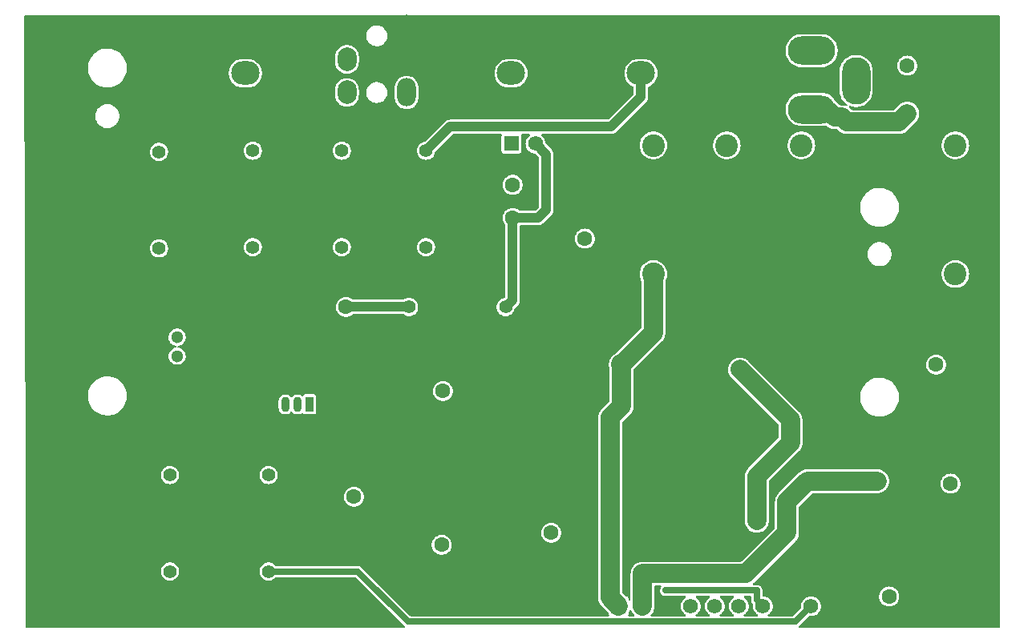
<source format=gtl>
G04 Layer: TopLayer*
G04 EasyEDA v6.5.42, 2024-03-05 11:07:17*
G04 3b4d56fbe8a64d45884a67d00f8a37e5,a2f4cb7aa3704937908c5b59a0d1150c,10*
G04 Gerber Generator version 0.2*
G04 Scale: 100 percent, Rotated: No, Reflected: No *
G04 Dimensions in millimeters *
G04 leading zeros omitted , absolute positions ,4 integer and 5 decimal *
%FSLAX45Y45*%
%MOMM*%

%AMMACRO1*21,1,$1,$2,0,0,$3*%
%ADD10C,1.0000*%
%ADD11C,2.0000*%
%ADD12C,0.6500*%
%ADD13C,1.4000*%
%ADD14C,2.2000*%
%ADD15C,1.6000*%
%ADD16C,1.3000*%
%ADD17O,1.9999959999999999X2.999994*%
%ADD18O,1.9999959999999999X2.4999949999999997*%
%ADD19O,2.999994X2.4999949999999997*%
%ADD20O,2.4999949999999997X3.9999919999999998*%
%ADD21O,3.9999919999999998X2.4999949999999997*%
%ADD22C,2.4000*%
%ADD23O,4.9999899999999995X2.999994*%
%ADD24O,2.999994X4.9999899999999995*%
%ADD25MACRO1,1.5748X1.5748X0.0000*%
%ADD26C,1.5748*%
%ADD27O,0.8999982X1.5999968*%
%ADD28MACRO1,0.9X1.6X0.0000*%
%ADD29C,0.6500*%
%ADD30C,0.0138*%

%LPD*%
G36*
X9497822Y3208020D02*
G01*
X9493656Y3208934D01*
X9490202Y3211474D01*
X9488119Y3215233D01*
X9487763Y3219500D01*
X9489186Y3223514D01*
X9492183Y3226612D01*
X9499803Y3231692D01*
X9510064Y3240735D01*
X9519107Y3250996D01*
X9526727Y3262376D01*
X9532772Y3274669D01*
X9537141Y3287623D01*
X9539833Y3301034D01*
X9540748Y3314700D01*
X9539833Y3328365D01*
X9537141Y3341776D01*
X9532772Y3354730D01*
X9526727Y3367024D01*
X9519107Y3378403D01*
X9510064Y3388664D01*
X9499803Y3397707D01*
X9492183Y3402787D01*
X9489186Y3405886D01*
X9487763Y3409899D01*
X9488119Y3414166D01*
X9490202Y3417925D01*
X9493656Y3420465D01*
X9497822Y3421379D01*
X9628378Y3421379D01*
X9632543Y3420465D01*
X9635998Y3417925D01*
X9638080Y3414166D01*
X9638436Y3409899D01*
X9637014Y3405886D01*
X9634016Y3402787D01*
X9626396Y3397707D01*
X9616135Y3388664D01*
X9607092Y3378403D01*
X9599472Y3367024D01*
X9593427Y3354730D01*
X9589058Y3341776D01*
X9586366Y3328365D01*
X9585452Y3314700D01*
X9586366Y3301034D01*
X9589058Y3287623D01*
X9593427Y3274669D01*
X9599472Y3262376D01*
X9607092Y3250996D01*
X9616135Y3240735D01*
X9626396Y3231692D01*
X9634016Y3226612D01*
X9637014Y3223514D01*
X9638436Y3219500D01*
X9638080Y3215233D01*
X9635998Y3211474D01*
X9632543Y3208934D01*
X9628378Y3208020D01*
G37*

%LPD*%
G36*
X8783980Y3208020D02*
G01*
X8779764Y3208934D01*
X8776360Y3211474D01*
X8774277Y3215233D01*
X8773922Y3219551D01*
X8776106Y3224733D01*
X8778036Y3230219D01*
X8778748Y3236518D01*
X8778748Y3241954D01*
X8779205Y3244951D01*
X8781846Y3249574D01*
X8788908Y3263036D01*
X8791498Y3269843D01*
X8793581Y3273196D01*
X8796782Y3275482D01*
X8800693Y3276396D01*
X8804554Y3275736D01*
X8807958Y3273602D01*
X8810244Y3270402D01*
X8816644Y3256178D01*
X8824518Y3243173D01*
X8833866Y3231235D01*
X8839758Y3225342D01*
X8841943Y3222040D01*
X8842705Y3218180D01*
X8841943Y3214268D01*
X8839758Y3210966D01*
X8836456Y3208782D01*
X8832545Y3208020D01*
G37*

%LPD*%
G36*
X9023654Y3208020D02*
G01*
X9019743Y3208782D01*
X9016441Y3210966D01*
X9014256Y3214268D01*
X9013494Y3218180D01*
X9014256Y3222040D01*
X9016441Y3225342D01*
X9022334Y3231235D01*
X9031681Y3243173D01*
X9039555Y3256178D01*
X9045803Y3270046D01*
X9050324Y3284575D01*
X9053068Y3299510D01*
X9054033Y3315004D01*
X9054033Y3521506D01*
X9054795Y3525418D01*
X9056979Y3528720D01*
X9060281Y3530904D01*
X9064193Y3531666D01*
X9115298Y3531666D01*
X9119006Y3531006D01*
X9122206Y3528974D01*
X9124442Y3525926D01*
X9125407Y3522268D01*
X9125000Y3518509D01*
X9123172Y3515156D01*
X9121038Y3512464D01*
X9116212Y3503828D01*
X9112910Y3494532D01*
X9111234Y3484727D01*
X9111234Y3474974D01*
X9112808Y3465474D01*
X9115958Y3456330D01*
X9120530Y3447897D01*
X9127286Y3439363D01*
X9134703Y3432860D01*
X9143136Y3427679D01*
X9152331Y3423970D01*
X9162084Y3421887D01*
X9169704Y3421379D01*
X9374378Y3421379D01*
X9378543Y3420465D01*
X9381998Y3417925D01*
X9384080Y3414166D01*
X9384436Y3409899D01*
X9383014Y3405886D01*
X9380016Y3402787D01*
X9372396Y3397707D01*
X9362135Y3388664D01*
X9353092Y3378403D01*
X9345472Y3367024D01*
X9339427Y3354730D01*
X9335058Y3341776D01*
X9332366Y3328365D01*
X9331452Y3314700D01*
X9332366Y3301034D01*
X9335058Y3287623D01*
X9339427Y3274669D01*
X9345472Y3262376D01*
X9353092Y3250996D01*
X9362135Y3240735D01*
X9372396Y3231692D01*
X9380016Y3226612D01*
X9383014Y3223514D01*
X9384436Y3219500D01*
X9384080Y3215233D01*
X9381998Y3211474D01*
X9378543Y3208934D01*
X9374378Y3208020D01*
G37*

%LPD*%
G36*
X9751822Y3208020D02*
G01*
X9747656Y3208934D01*
X9744202Y3211474D01*
X9742119Y3215233D01*
X9741763Y3219500D01*
X9743186Y3223514D01*
X9746183Y3226612D01*
X9753803Y3231692D01*
X9764064Y3240735D01*
X9773107Y3250996D01*
X9780727Y3262376D01*
X9786772Y3274669D01*
X9791141Y3287623D01*
X9793833Y3301034D01*
X9794748Y3314700D01*
X9793833Y3328365D01*
X9791141Y3341776D01*
X9786772Y3354730D01*
X9780727Y3367024D01*
X9773107Y3378403D01*
X9764064Y3388664D01*
X9753803Y3397707D01*
X9746183Y3402787D01*
X9743186Y3405886D01*
X9741763Y3409899D01*
X9742119Y3414166D01*
X9744202Y3417925D01*
X9747656Y3420465D01*
X9751822Y3421379D01*
X9882378Y3421379D01*
X9886543Y3420465D01*
X9889998Y3417925D01*
X9892080Y3414166D01*
X9892436Y3409899D01*
X9891014Y3405886D01*
X9888016Y3402787D01*
X9880396Y3397707D01*
X9870135Y3388664D01*
X9861092Y3378403D01*
X9853472Y3367024D01*
X9847427Y3354730D01*
X9843058Y3341776D01*
X9840366Y3328365D01*
X9839452Y3314700D01*
X9840366Y3301034D01*
X9843058Y3287623D01*
X9847427Y3274669D01*
X9853472Y3262376D01*
X9861092Y3250996D01*
X9870135Y3240735D01*
X9880396Y3231692D01*
X9888016Y3226612D01*
X9891014Y3223514D01*
X9892436Y3219500D01*
X9892080Y3215233D01*
X9889998Y3211474D01*
X9886543Y3208934D01*
X9882378Y3208020D01*
G37*

%LPD*%
G36*
X10005822Y3208020D02*
G01*
X10001656Y3208934D01*
X9998202Y3211474D01*
X9996119Y3215233D01*
X9995763Y3219500D01*
X9997186Y3223514D01*
X10000183Y3226612D01*
X10007803Y3231692D01*
X10018064Y3240735D01*
X10027107Y3250996D01*
X10034727Y3262376D01*
X10040772Y3274669D01*
X10045141Y3287623D01*
X10047833Y3301034D01*
X10048748Y3314700D01*
X10047833Y3328365D01*
X10045141Y3341776D01*
X10040772Y3354730D01*
X10034727Y3367024D01*
X10027107Y3378403D01*
X10018064Y3388664D01*
X10007803Y3397707D01*
X10000183Y3402787D01*
X9997186Y3405886D01*
X9995763Y3409899D01*
X9996119Y3414166D01*
X9998202Y3417925D01*
X10001656Y3420465D01*
X10005822Y3421379D01*
X10066020Y3421379D01*
X10069931Y3420618D01*
X10073233Y3418433D01*
X10075418Y3415131D01*
X10076180Y3411220D01*
X10076180Y3378606D01*
X10077043Y3368598D01*
X10079380Y3359251D01*
X10083241Y3350412D01*
X10088575Y3342284D01*
X10092182Y3338271D01*
X10093909Y3335629D01*
X10094722Y3332632D01*
X10093452Y3314700D01*
X10094366Y3301034D01*
X10097058Y3287623D01*
X10101427Y3274669D01*
X10107472Y3262376D01*
X10115092Y3250996D01*
X10124135Y3240735D01*
X10134396Y3231692D01*
X10142016Y3226612D01*
X10145014Y3223514D01*
X10146436Y3219500D01*
X10146080Y3215233D01*
X10143998Y3211474D01*
X10140543Y3208934D01*
X10136378Y3208020D01*
G37*

%LPD*%
G36*
X2423668Y3086608D02*
G01*
X2419756Y3087370D01*
X2416505Y3089605D01*
X2414270Y3092856D01*
X2413508Y3096768D01*
X2413508Y4419600D01*
X2400808Y9499650D01*
X2400808Y9552432D01*
X2401570Y9556343D01*
X2403805Y9559594D01*
X2407056Y9561830D01*
X2410968Y9562592D01*
X12689332Y9562592D01*
X12693243Y9561830D01*
X12696494Y9559594D01*
X12698730Y9556343D01*
X12699492Y9552432D01*
X12699492Y3096768D01*
X12698730Y3092856D01*
X12696494Y3089605D01*
X12693243Y3087370D01*
X12689332Y3086608D01*
X10584586Y3086608D01*
X10580573Y3087420D01*
X10577220Y3089757D01*
X10575036Y3093161D01*
X10574426Y3097174D01*
X10575391Y3101136D01*
X10577830Y3104388D01*
X10582503Y3108502D01*
X10682376Y3208375D01*
X10685068Y3210306D01*
X10688218Y3211271D01*
X10706100Y3210052D01*
X10719765Y3210966D01*
X10733176Y3213658D01*
X10746130Y3218027D01*
X10758424Y3224072D01*
X10769803Y3231692D01*
X10780064Y3240735D01*
X10789107Y3250996D01*
X10796727Y3262376D01*
X10802772Y3274669D01*
X10807141Y3287623D01*
X10809833Y3301034D01*
X10810748Y3314700D01*
X10809833Y3328365D01*
X10807141Y3341776D01*
X10802772Y3354730D01*
X10796727Y3367024D01*
X10789107Y3378403D01*
X10780064Y3388664D01*
X10769803Y3397707D01*
X10758424Y3405327D01*
X10746130Y3411372D01*
X10733176Y3415741D01*
X10719765Y3418433D01*
X10706100Y3419348D01*
X10692434Y3418433D01*
X10679023Y3415741D01*
X10666069Y3411372D01*
X10653776Y3405327D01*
X10642396Y3397707D01*
X10632135Y3388664D01*
X10623092Y3378403D01*
X10615472Y3367024D01*
X10609427Y3354730D01*
X10605058Y3341776D01*
X10602366Y3328365D01*
X10601452Y3314700D01*
X10602671Y3296818D01*
X10601706Y3293668D01*
X10599775Y3290976D01*
X10519765Y3210966D01*
X10516463Y3208782D01*
X10512602Y3208020D01*
X10259822Y3208020D01*
X10255656Y3208934D01*
X10252202Y3211474D01*
X10250119Y3215233D01*
X10249763Y3219500D01*
X10251186Y3223514D01*
X10254183Y3226612D01*
X10261803Y3231692D01*
X10272064Y3240735D01*
X10281107Y3250996D01*
X10288727Y3262376D01*
X10294772Y3274669D01*
X10299141Y3287623D01*
X10301833Y3301034D01*
X10302748Y3314700D01*
X10301833Y3328365D01*
X10299141Y3341776D01*
X10294772Y3354730D01*
X10288727Y3367024D01*
X10281107Y3378403D01*
X10272064Y3388664D01*
X10261803Y3397707D01*
X10250424Y3405327D01*
X10238130Y3411372D01*
X10225176Y3415741D01*
X10211765Y3418433D01*
X10202519Y3419043D01*
X10198811Y3420008D01*
X10195763Y3422243D01*
X10193731Y3425444D01*
X10193020Y3429152D01*
X10193020Y3479596D01*
X10192816Y3484626D01*
X10192207Y3489401D01*
X10191191Y3494125D01*
X10189819Y3498748D01*
X10188092Y3503269D01*
X10185958Y3507587D01*
X10183469Y3511753D01*
X10180675Y3515664D01*
X10177576Y3519373D01*
X10174173Y3522776D01*
X10170464Y3525875D01*
X10166553Y3528669D01*
X10162387Y3531158D01*
X10158069Y3533292D01*
X10153548Y3535019D01*
X10148925Y3536391D01*
X10144201Y3537407D01*
X10139426Y3538016D01*
X10134396Y3538220D01*
X10101326Y3538220D01*
X10097211Y3539083D01*
X10093807Y3541572D01*
X10091674Y3545179D01*
X10091216Y3549396D01*
X10092486Y3553409D01*
X10095331Y3556558D01*
X10103764Y3563365D01*
X10109454Y3568700D01*
X10541000Y4000246D01*
X10546334Y4005935D01*
X10551210Y4011777D01*
X10555732Y4017873D01*
X10559846Y4024274D01*
X10563606Y4030878D01*
X10566908Y4037736D01*
X10569803Y4044746D01*
X10572292Y4051960D01*
X10574324Y4059275D01*
X10575950Y4066692D01*
X10577068Y4074210D01*
X10577779Y4081779D01*
X10578033Y4089552D01*
X10578033Y4363262D01*
X10578795Y4367123D01*
X10580979Y4370425D01*
X10717174Y4506620D01*
X10720476Y4508804D01*
X10724337Y4509566D01*
X11404295Y4509566D01*
X11419789Y4510532D01*
X11434724Y4513275D01*
X11449253Y4517796D01*
X11463121Y4524044D01*
X11476126Y4531918D01*
X11488064Y4541266D01*
X11498834Y4552035D01*
X11508181Y4563973D01*
X11516055Y4576978D01*
X11522303Y4590846D01*
X11526824Y4605375D01*
X11529568Y4620310D01*
X11530482Y4635500D01*
X11529568Y4650689D01*
X11526824Y4665624D01*
X11522303Y4680153D01*
X11516055Y4694021D01*
X11508181Y4707026D01*
X11498834Y4718964D01*
X11488064Y4729734D01*
X11476126Y4739081D01*
X11463121Y4746955D01*
X11449253Y4753203D01*
X11434724Y4757724D01*
X11419789Y4760468D01*
X11404295Y4761382D01*
X10668152Y4761382D01*
X10660380Y4761179D01*
X10652810Y4760468D01*
X10645292Y4759350D01*
X10637875Y4757724D01*
X10630560Y4755692D01*
X10623346Y4753203D01*
X10616336Y4750308D01*
X10609478Y4747006D01*
X10602874Y4743246D01*
X10596473Y4739132D01*
X10590377Y4734610D01*
X10584535Y4729734D01*
X10578846Y4724400D01*
X10363200Y4508754D01*
X10357866Y4503064D01*
X10352989Y4497222D01*
X10348468Y4491126D01*
X10344353Y4484725D01*
X10340594Y4478121D01*
X10337292Y4471263D01*
X10334396Y4464253D01*
X10331907Y4457039D01*
X10329875Y4449724D01*
X10328249Y4442307D01*
X10327132Y4434789D01*
X10326420Y4427220D01*
X10326217Y4419447D01*
X10326217Y4145737D01*
X10325404Y4141876D01*
X10323220Y4138574D01*
X9971125Y3786479D01*
X9967823Y3784295D01*
X9963962Y3783482D01*
X8928404Y3783482D01*
X8912910Y3782568D01*
X8897975Y3779824D01*
X8883446Y3775303D01*
X8869578Y3769055D01*
X8856573Y3761181D01*
X8844635Y3751834D01*
X8833866Y3741064D01*
X8824518Y3729126D01*
X8816644Y3716121D01*
X8810396Y3702253D01*
X8805875Y3687724D01*
X8803132Y3672789D01*
X8802217Y3657295D01*
X8802217Y3382264D01*
X8801252Y3377996D01*
X8798610Y3374491D01*
X8794750Y3372459D01*
X8790381Y3372256D01*
X8786317Y3373831D01*
X8783320Y3377031D01*
X8780221Y3382213D01*
X8779103Y3384753D01*
X8778748Y3387445D01*
X8778748Y3392881D01*
X8778036Y3399180D01*
X8776106Y3404666D01*
X8773058Y3409543D01*
X8768943Y3413658D01*
X8764066Y3416706D01*
X8758682Y3418636D01*
X8750706Y3419398D01*
X8747353Y3420313D01*
X8744559Y3422345D01*
X8714079Y3452774D01*
X8711895Y3456076D01*
X8711133Y3459937D01*
X8711133Y5252262D01*
X8711895Y5256123D01*
X8714079Y5259425D01*
X8795105Y5340451D01*
X8800439Y5346141D01*
X8805316Y5351983D01*
X8809837Y5358079D01*
X8813952Y5364480D01*
X8817711Y5371084D01*
X8821013Y5377942D01*
X8823909Y5384952D01*
X8826398Y5392166D01*
X8828430Y5399481D01*
X8830056Y5406898D01*
X8831173Y5414416D01*
X8831884Y5421985D01*
X8832138Y5429758D01*
X8832138Y5811062D01*
X8832900Y5814923D01*
X8835085Y5818225D01*
X9131300Y6114440D01*
X9136634Y6120130D01*
X9141510Y6125972D01*
X9146032Y6132068D01*
X9150146Y6138468D01*
X9153906Y6145072D01*
X9157208Y6151930D01*
X9160103Y6158941D01*
X9162592Y6166154D01*
X9164624Y6173470D01*
X9166250Y6180886D01*
X9167368Y6188405D01*
X9168079Y6195974D01*
X9168333Y6203746D01*
X9168333Y6749745D01*
X9168638Y6752285D01*
X9169552Y6754672D01*
X9173819Y6762394D01*
X9180118Y6777532D01*
X9184640Y6793230D01*
X9187383Y6809384D01*
X9188297Y6825691D01*
X9187383Y6842048D01*
X9184640Y6858152D01*
X9180118Y6873900D01*
X9173819Y6888988D01*
X9165945Y6903313D01*
X9156446Y6916674D01*
X9145574Y6928866D01*
X9133382Y6939737D01*
X9120022Y6949236D01*
X9105696Y6957161D01*
X9090609Y6963409D01*
X9074861Y6967931D01*
X9058757Y6970674D01*
X9042400Y6971588D01*
X9026042Y6970674D01*
X9009938Y6967931D01*
X8994190Y6963409D01*
X8979103Y6957161D01*
X8964777Y6949236D01*
X8951417Y6939737D01*
X8939225Y6928866D01*
X8928354Y6916674D01*
X8918854Y6903313D01*
X8910980Y6888988D01*
X8904681Y6873900D01*
X8900160Y6858152D01*
X8897416Y6842048D01*
X8896502Y6825691D01*
X8897416Y6809384D01*
X8900160Y6793230D01*
X8904681Y6777532D01*
X8910980Y6762394D01*
X8915247Y6754672D01*
X8916162Y6752285D01*
X8916517Y6749745D01*
X8916517Y6259931D01*
X8915704Y6256070D01*
X8913520Y6252768D01*
X8654643Y5993892D01*
X8652052Y5992012D01*
X8638235Y5985103D01*
X8625027Y5976416D01*
X8612936Y5966256D01*
X8602116Y5954776D01*
X8592667Y5942076D01*
X8584742Y5928410D01*
X8578494Y5913882D01*
X8573973Y5898743D01*
X8571230Y5883198D01*
X8570315Y5867400D01*
X8571230Y5851652D01*
X8573973Y5836056D01*
X8578494Y5820918D01*
X8579459Y5818682D01*
X8580323Y5814669D01*
X8580323Y5485942D01*
X8579510Y5482082D01*
X8577326Y5478780D01*
X8496300Y5397754D01*
X8490966Y5392064D01*
X8486089Y5386222D01*
X8481568Y5380126D01*
X8477453Y5373725D01*
X8473694Y5367121D01*
X8470392Y5360263D01*
X8467496Y5353253D01*
X8465007Y5346039D01*
X8462975Y5338724D01*
X8461349Y5331307D01*
X8460232Y5323789D01*
X8459520Y5316220D01*
X8459317Y5308447D01*
X8459317Y3403752D01*
X8459520Y3395979D01*
X8460232Y3388410D01*
X8461349Y3380892D01*
X8462975Y3373475D01*
X8465007Y3366160D01*
X8467496Y3358946D01*
X8470392Y3351936D01*
X8473694Y3345078D01*
X8477453Y3338474D01*
X8481568Y3332073D01*
X8486089Y3325977D01*
X8490966Y3320135D01*
X8496300Y3314446D01*
X8566454Y3244240D01*
X8568486Y3241446D01*
X8569401Y3238093D01*
X8570163Y3230118D01*
X8572093Y3224733D01*
X8574278Y3219551D01*
X8573922Y3215233D01*
X8571839Y3211474D01*
X8568436Y3208934D01*
X8564219Y3208020D01*
X6479997Y3208020D01*
X6476136Y3208782D01*
X6472834Y3210966D01*
X5961786Y3722014D01*
X5954115Y3728516D01*
X5945835Y3733444D01*
X5936843Y3736949D01*
X5927344Y3738930D01*
X5919876Y3739387D01*
X5059070Y3739387D01*
X5054701Y3740404D01*
X5051196Y3743147D01*
X5048453Y3746449D01*
X5038902Y3755390D01*
X5028234Y3762959D01*
X5016601Y3768953D01*
X5004257Y3773373D01*
X4991455Y3776014D01*
X4978400Y3776929D01*
X4965344Y3776014D01*
X4952542Y3773373D01*
X4940198Y3768953D01*
X4928565Y3762959D01*
X4917897Y3755390D01*
X4908346Y3746449D01*
X4900066Y3736340D01*
X4893259Y3725113D01*
X4888077Y3713124D01*
X4884521Y3700526D01*
X4882743Y3687572D01*
X4882743Y3674465D01*
X4884521Y3661511D01*
X4888077Y3648913D01*
X4893259Y3636924D01*
X4900066Y3625748D01*
X4908346Y3615588D01*
X4917897Y3606647D01*
X4928565Y3599078D01*
X4940198Y3593084D01*
X4952542Y3588715D01*
X4965344Y3586022D01*
X4978400Y3585159D01*
X4991455Y3586022D01*
X5004257Y3588715D01*
X5016601Y3593084D01*
X5028234Y3599078D01*
X5038902Y3606647D01*
X5048453Y3615588D01*
X5051145Y3618839D01*
X5054650Y3621582D01*
X5059019Y3622598D01*
X5891784Y3622598D01*
X5895695Y3621786D01*
X5898997Y3619601D01*
X6409994Y3108604D01*
X6414820Y3104540D01*
X6417360Y3101289D01*
X6418376Y3097326D01*
X6417767Y3093262D01*
X6415633Y3089808D01*
X6412280Y3087420D01*
X6408267Y3086608D01*
G37*

%LPC*%
G36*
X11531600Y3310432D02*
G01*
X11545417Y3311296D01*
X11558981Y3314039D01*
X11572138Y3318459D01*
X11584533Y3324606D01*
X11596065Y3332276D01*
X11606479Y3341420D01*
X11615623Y3351834D01*
X11623294Y3363366D01*
X11629440Y3375761D01*
X11633860Y3388918D01*
X11636603Y3402482D01*
X11637467Y3416300D01*
X11636603Y3430117D01*
X11633860Y3443681D01*
X11629440Y3456838D01*
X11623294Y3469233D01*
X11615623Y3480765D01*
X11606479Y3491179D01*
X11596065Y3500323D01*
X11584533Y3507994D01*
X11572138Y3514140D01*
X11558981Y3518560D01*
X11545417Y3521303D01*
X11531600Y3522167D01*
X11517782Y3521303D01*
X11504218Y3518560D01*
X11491061Y3514140D01*
X11478666Y3507994D01*
X11467134Y3500323D01*
X11456720Y3491179D01*
X11447576Y3480765D01*
X11439906Y3469233D01*
X11433759Y3456838D01*
X11429339Y3443681D01*
X11426596Y3430117D01*
X11425732Y3416300D01*
X11426596Y3402482D01*
X11429339Y3388918D01*
X11433759Y3375761D01*
X11439906Y3363366D01*
X11447576Y3351834D01*
X11456720Y3341420D01*
X11467134Y3332276D01*
X11478666Y3324606D01*
X11491061Y3318459D01*
X11504218Y3314039D01*
X11517782Y3311296D01*
G37*
G36*
X3937000Y3585159D02*
G01*
X3950055Y3586022D01*
X3962857Y3588715D01*
X3975201Y3593084D01*
X3986834Y3599078D01*
X3997502Y3606647D01*
X4007053Y3615588D01*
X4015333Y3625748D01*
X4022140Y3636924D01*
X4027373Y3648913D01*
X4030878Y3661511D01*
X4032656Y3674465D01*
X4032656Y3687572D01*
X4030878Y3700526D01*
X4027373Y3713124D01*
X4022140Y3725113D01*
X4015333Y3736340D01*
X4007053Y3746449D01*
X3997502Y3755390D01*
X3986834Y3762959D01*
X3975201Y3768953D01*
X3962857Y3773373D01*
X3950055Y3776014D01*
X3937000Y3776929D01*
X3923944Y3776014D01*
X3911142Y3773373D01*
X3898798Y3768953D01*
X3887165Y3762959D01*
X3876497Y3755390D01*
X3866946Y3746449D01*
X3858666Y3736340D01*
X3851859Y3725113D01*
X3846677Y3713124D01*
X3843121Y3700526D01*
X3841343Y3687572D01*
X3841343Y3674465D01*
X3843121Y3661511D01*
X3846677Y3648913D01*
X3851859Y3636924D01*
X3858666Y3625748D01*
X3866946Y3615588D01*
X3876497Y3606647D01*
X3887165Y3599078D01*
X3898798Y3593084D01*
X3911142Y3588715D01*
X3923944Y3586022D01*
G37*
G36*
X6807200Y3856532D02*
G01*
X6821017Y3857396D01*
X6834581Y3860139D01*
X6847738Y3864559D01*
X6860133Y3870706D01*
X6871665Y3878376D01*
X6882079Y3887520D01*
X6891223Y3897934D01*
X6898894Y3909466D01*
X6905040Y3921861D01*
X6909460Y3935018D01*
X6912203Y3948582D01*
X6913067Y3962400D01*
X6912203Y3976217D01*
X6909460Y3989781D01*
X6905040Y4002938D01*
X6898894Y4015333D01*
X6891223Y4026865D01*
X6882079Y4037279D01*
X6871665Y4046423D01*
X6860133Y4054094D01*
X6847738Y4060240D01*
X6834581Y4064660D01*
X6821017Y4067403D01*
X6807200Y4068267D01*
X6793382Y4067403D01*
X6779818Y4064660D01*
X6766661Y4060240D01*
X6754266Y4054094D01*
X6742734Y4046423D01*
X6732320Y4037279D01*
X6723176Y4026865D01*
X6715506Y4015333D01*
X6709359Y4002938D01*
X6704939Y3989781D01*
X6702196Y3976217D01*
X6701332Y3962400D01*
X6702196Y3948582D01*
X6704939Y3935018D01*
X6709359Y3921861D01*
X6715506Y3909466D01*
X6723176Y3897934D01*
X6732320Y3887520D01*
X6742734Y3878376D01*
X6754266Y3870706D01*
X6766661Y3864559D01*
X6779818Y3860139D01*
X6793382Y3857396D01*
G37*
G36*
X7962900Y3983532D02*
G01*
X7976717Y3984396D01*
X7990281Y3987139D01*
X8003438Y3991559D01*
X8015833Y3997706D01*
X8027365Y4005376D01*
X8037779Y4014520D01*
X8046923Y4024934D01*
X8054594Y4036466D01*
X8060740Y4048861D01*
X8065160Y4062018D01*
X8067903Y4075582D01*
X8068767Y4089400D01*
X8067903Y4103217D01*
X8065160Y4116781D01*
X8060740Y4129938D01*
X8054594Y4142333D01*
X8046923Y4153865D01*
X8037779Y4164279D01*
X8027365Y4173423D01*
X8015833Y4181094D01*
X8003438Y4187240D01*
X7990281Y4191660D01*
X7976717Y4194403D01*
X7962900Y4195267D01*
X7949082Y4194403D01*
X7935518Y4191660D01*
X7922361Y4187240D01*
X7909966Y4181094D01*
X7898434Y4173423D01*
X7888020Y4164279D01*
X7878876Y4153865D01*
X7871206Y4142333D01*
X7865059Y4129938D01*
X7860639Y4116781D01*
X7857896Y4103217D01*
X7857032Y4089400D01*
X7857896Y4075582D01*
X7860639Y4062018D01*
X7865059Y4048861D01*
X7871206Y4036466D01*
X7878876Y4024934D01*
X7888020Y4014520D01*
X7898434Y4005376D01*
X7909966Y3997706D01*
X7922361Y3991559D01*
X7935518Y3987139D01*
X7949082Y3984396D01*
G37*
G36*
X10134600Y4090517D02*
G01*
X10149789Y4091432D01*
X10164724Y4094175D01*
X10179253Y4098696D01*
X10193121Y4104944D01*
X10206126Y4112818D01*
X10218064Y4122165D01*
X10228834Y4132935D01*
X10238181Y4144873D01*
X10246055Y4157878D01*
X10252303Y4171746D01*
X10256824Y4186275D01*
X10259568Y4201210D01*
X10260533Y4216704D01*
X10260533Y4629962D01*
X10261295Y4633823D01*
X10263479Y4637125D01*
X10579100Y4952746D01*
X10584434Y4958435D01*
X10589310Y4964277D01*
X10593832Y4970373D01*
X10597946Y4976774D01*
X10601706Y4983378D01*
X10605008Y4990236D01*
X10607903Y4997246D01*
X10610392Y5004460D01*
X10612424Y5011775D01*
X10614050Y5019192D01*
X10615168Y5026710D01*
X10615879Y5034280D01*
X10616133Y5042052D01*
X10616133Y5283047D01*
X10615879Y5290820D01*
X10615168Y5298389D01*
X10614050Y5305907D01*
X10612424Y5313324D01*
X10610392Y5320639D01*
X10607903Y5327853D01*
X10605008Y5334863D01*
X10601706Y5341721D01*
X10597946Y5348325D01*
X10593832Y5354726D01*
X10589310Y5360822D01*
X10584434Y5366664D01*
X10579100Y5372354D01*
X10045954Y5905500D01*
X10040264Y5910834D01*
X10034422Y5915710D01*
X10028326Y5920232D01*
X10021925Y5924346D01*
X10015321Y5928106D01*
X10008463Y5931408D01*
X10001453Y5934303D01*
X9994239Y5936792D01*
X9986924Y5938824D01*
X9979507Y5940450D01*
X9971989Y5941568D01*
X9964420Y5942279D01*
X9956800Y5942482D01*
X9949180Y5942279D01*
X9941610Y5941568D01*
X9934092Y5940450D01*
X9926675Y5938824D01*
X9919360Y5936792D01*
X9912146Y5934303D01*
X9905136Y5931408D01*
X9898278Y5928106D01*
X9891674Y5924346D01*
X9885273Y5920232D01*
X9879177Y5915710D01*
X9873335Y5910834D01*
X9867798Y5905601D01*
X9862566Y5900064D01*
X9857689Y5894222D01*
X9853168Y5888126D01*
X9849053Y5881725D01*
X9845294Y5875121D01*
X9841992Y5868263D01*
X9839096Y5861253D01*
X9836607Y5854039D01*
X9834575Y5846724D01*
X9832949Y5839307D01*
X9831832Y5831789D01*
X9831120Y5824220D01*
X9830917Y5816600D01*
X9831120Y5808980D01*
X9831832Y5801410D01*
X9832949Y5793892D01*
X9834575Y5786475D01*
X9836607Y5779160D01*
X9839096Y5771946D01*
X9841992Y5764936D01*
X9845294Y5758078D01*
X9849053Y5751474D01*
X9853168Y5745073D01*
X9857689Y5738977D01*
X9862566Y5733135D01*
X9867900Y5727446D01*
X10361320Y5234025D01*
X10363504Y5230723D01*
X10364317Y5226862D01*
X10364317Y5098237D01*
X10363504Y5094376D01*
X10361320Y5091074D01*
X10045700Y4775454D01*
X10040366Y4769764D01*
X10035489Y4763922D01*
X10030968Y4757826D01*
X10026853Y4751425D01*
X10023094Y4744821D01*
X10019792Y4737963D01*
X10016896Y4730953D01*
X10014407Y4723739D01*
X10012375Y4716424D01*
X10010749Y4709007D01*
X10009632Y4701489D01*
X10008920Y4693920D01*
X10008717Y4686147D01*
X10008717Y4216704D01*
X10009632Y4201210D01*
X10012375Y4186275D01*
X10016896Y4171746D01*
X10023144Y4157878D01*
X10031018Y4144873D01*
X10040366Y4132935D01*
X10051135Y4122165D01*
X10063073Y4112818D01*
X10076078Y4104944D01*
X10089946Y4098696D01*
X10104475Y4094175D01*
X10119410Y4091432D01*
G37*
G36*
X5880100Y4364532D02*
G01*
X5893917Y4365396D01*
X5907481Y4368139D01*
X5920638Y4372559D01*
X5933033Y4378706D01*
X5944565Y4386376D01*
X5954979Y4395520D01*
X5964123Y4405934D01*
X5971794Y4417466D01*
X5977940Y4429861D01*
X5982360Y4443018D01*
X5985103Y4456582D01*
X5985967Y4470400D01*
X5985103Y4484217D01*
X5982360Y4497781D01*
X5977940Y4510938D01*
X5971794Y4523333D01*
X5964123Y4534865D01*
X5954979Y4545279D01*
X5944565Y4554423D01*
X5933033Y4562094D01*
X5920638Y4568240D01*
X5907481Y4572660D01*
X5893917Y4575403D01*
X5880100Y4576267D01*
X5866282Y4575403D01*
X5852718Y4572660D01*
X5839561Y4568240D01*
X5827166Y4562094D01*
X5815634Y4554423D01*
X5805220Y4545279D01*
X5796076Y4534865D01*
X5788406Y4523333D01*
X5782259Y4510938D01*
X5777839Y4497781D01*
X5775096Y4484217D01*
X5774232Y4470400D01*
X5775096Y4456582D01*
X5777839Y4443018D01*
X5782259Y4429861D01*
X5788406Y4417466D01*
X5796076Y4405934D01*
X5805220Y4395520D01*
X5815634Y4386376D01*
X5827166Y4378706D01*
X5839561Y4372559D01*
X5852718Y4368139D01*
X5866282Y4365396D01*
G37*
G36*
X12179300Y4504232D02*
G01*
X12193117Y4505096D01*
X12206681Y4507839D01*
X12219838Y4512259D01*
X12232233Y4518406D01*
X12243765Y4526076D01*
X12254179Y4535220D01*
X12263323Y4545634D01*
X12270994Y4557166D01*
X12277140Y4569561D01*
X12281560Y4582718D01*
X12284303Y4596282D01*
X12285167Y4610100D01*
X12284303Y4623917D01*
X12281560Y4637481D01*
X12277140Y4650638D01*
X12270994Y4663033D01*
X12263323Y4674565D01*
X12254179Y4684979D01*
X12243765Y4694123D01*
X12232233Y4701794D01*
X12219838Y4707940D01*
X12206681Y4712360D01*
X12193117Y4715103D01*
X12179300Y4715967D01*
X12165482Y4715103D01*
X12151918Y4712360D01*
X12138761Y4707940D01*
X12126366Y4701794D01*
X12114834Y4694123D01*
X12104420Y4684979D01*
X12095276Y4674565D01*
X12087606Y4663033D01*
X12081459Y4650638D01*
X12077039Y4637481D01*
X12074296Y4623917D01*
X12073432Y4610100D01*
X12074296Y4596282D01*
X12077039Y4582718D01*
X12081459Y4569561D01*
X12087606Y4557166D01*
X12095276Y4545634D01*
X12104420Y4535220D01*
X12114834Y4526076D01*
X12126366Y4518406D01*
X12138761Y4512259D01*
X12151918Y4507839D01*
X12165482Y4505096D01*
G37*
G36*
X4978400Y4605070D02*
G01*
X4991455Y4605985D01*
X5004257Y4608626D01*
X5016601Y4613046D01*
X5028234Y4619040D01*
X5038902Y4626610D01*
X5048453Y4635550D01*
X5056733Y4645660D01*
X5063540Y4656886D01*
X5068773Y4668875D01*
X5072278Y4681474D01*
X5074056Y4694428D01*
X5074056Y4707534D01*
X5072278Y4720488D01*
X5068773Y4733086D01*
X5063540Y4745075D01*
X5056733Y4756251D01*
X5048453Y4766411D01*
X5038902Y4775352D01*
X5028234Y4782921D01*
X5016601Y4788916D01*
X5004257Y4793284D01*
X4991455Y4795977D01*
X4978400Y4796840D01*
X4965344Y4795977D01*
X4952542Y4793284D01*
X4940198Y4788916D01*
X4928565Y4782921D01*
X4917897Y4775352D01*
X4908346Y4766411D01*
X4900066Y4756251D01*
X4893259Y4745075D01*
X4888077Y4733086D01*
X4884521Y4720488D01*
X4882743Y4707534D01*
X4882743Y4694428D01*
X4884521Y4681474D01*
X4888077Y4668875D01*
X4893259Y4656886D01*
X4900066Y4645660D01*
X4908346Y4635550D01*
X4917897Y4626610D01*
X4928565Y4619040D01*
X4940198Y4613046D01*
X4952542Y4608626D01*
X4965344Y4605985D01*
G37*
G36*
X3937000Y4605070D02*
G01*
X3950055Y4605985D01*
X3962857Y4608626D01*
X3975201Y4613046D01*
X3986834Y4619040D01*
X3997502Y4626610D01*
X4007053Y4635550D01*
X4015333Y4645660D01*
X4022140Y4656886D01*
X4027373Y4668875D01*
X4030878Y4681474D01*
X4032656Y4694428D01*
X4032656Y4707534D01*
X4030878Y4720488D01*
X4027373Y4733086D01*
X4022140Y4745075D01*
X4015333Y4756251D01*
X4007053Y4766411D01*
X3997502Y4775352D01*
X3986834Y4782921D01*
X3975201Y4788916D01*
X3962857Y4793284D01*
X3950055Y4795977D01*
X3937000Y4796840D01*
X3923944Y4795977D01*
X3911142Y4793284D01*
X3898798Y4788916D01*
X3887165Y4782921D01*
X3876497Y4775352D01*
X3866946Y4766411D01*
X3858666Y4756251D01*
X3851859Y4745075D01*
X3846677Y4733086D01*
X3843121Y4720488D01*
X3841343Y4707534D01*
X3841343Y4694428D01*
X3843121Y4681474D01*
X3846677Y4668875D01*
X3851859Y4656886D01*
X3858666Y4645660D01*
X3866946Y4635550D01*
X3876497Y4626610D01*
X3887165Y4619040D01*
X3898798Y4613046D01*
X3911142Y4608626D01*
X3923944Y4605985D01*
G37*
G36*
X11434978Y5318658D02*
G01*
X11454841Y5320080D01*
X11474450Y5323433D01*
X11493601Y5328666D01*
X11512245Y5335727D01*
X11530076Y5344566D01*
X11546941Y5355031D01*
X11562791Y5367121D01*
X11577320Y5380685D01*
X11590528Y5395569D01*
X11602212Y5411673D01*
X11612321Y5428792D01*
X11620703Y5446877D01*
X11627307Y5465622D01*
X11632082Y5484926D01*
X11634927Y5504637D01*
X11635892Y5524500D01*
X11634927Y5544362D01*
X11632082Y5564073D01*
X11627307Y5583377D01*
X11620703Y5602122D01*
X11612321Y5620207D01*
X11602212Y5637326D01*
X11590528Y5653430D01*
X11577320Y5668314D01*
X11562791Y5681878D01*
X11546941Y5693968D01*
X11530076Y5704433D01*
X11512245Y5713272D01*
X11493601Y5720334D01*
X11474450Y5725566D01*
X11454841Y5728919D01*
X11434978Y5730341D01*
X11415064Y5729833D01*
X11395354Y5727446D01*
X11375898Y5723178D01*
X11357000Y5717032D01*
X11338763Y5709056D01*
X11321338Y5699404D01*
X11304981Y5688076D01*
X11289792Y5675274D01*
X11275872Y5661050D01*
X11263426Y5645505D01*
X11252504Y5628894D01*
X11243259Y5611266D01*
X11235791Y5592826D01*
X11230102Y5573776D01*
X11226241Y5554268D01*
X11224361Y5534456D01*
X11224361Y5514543D01*
X11226241Y5494731D01*
X11230102Y5475224D01*
X11235791Y5456174D01*
X11243259Y5437733D01*
X11252504Y5420106D01*
X11263426Y5403494D01*
X11275872Y5387949D01*
X11289792Y5373725D01*
X11304981Y5360924D01*
X11321338Y5349595D01*
X11338763Y5339943D01*
X11357000Y5331968D01*
X11375898Y5325821D01*
X11395354Y5321554D01*
X11415064Y5319166D01*
G37*
G36*
X3281578Y5331358D02*
G01*
X3301441Y5332780D01*
X3321050Y5336133D01*
X3340201Y5341366D01*
X3358845Y5348427D01*
X3376676Y5357266D01*
X3393541Y5367731D01*
X3409391Y5379821D01*
X3423920Y5393385D01*
X3437128Y5408269D01*
X3448812Y5424373D01*
X3458921Y5441492D01*
X3467303Y5459577D01*
X3473907Y5478322D01*
X3478682Y5497626D01*
X3481527Y5517337D01*
X3482492Y5537200D01*
X3481527Y5557062D01*
X3478682Y5576773D01*
X3473907Y5596077D01*
X3467303Y5614822D01*
X3458921Y5632907D01*
X3448812Y5650026D01*
X3437128Y5666130D01*
X3423920Y5681014D01*
X3409391Y5694578D01*
X3393541Y5706668D01*
X3376676Y5717133D01*
X3358845Y5725972D01*
X3340201Y5733034D01*
X3321050Y5738266D01*
X3301441Y5741619D01*
X3281578Y5743041D01*
X3261664Y5742533D01*
X3241954Y5740146D01*
X3222498Y5735878D01*
X3203600Y5729732D01*
X3185363Y5721756D01*
X3167938Y5712104D01*
X3151581Y5700776D01*
X3136392Y5687974D01*
X3122472Y5673750D01*
X3110026Y5658205D01*
X3099104Y5641594D01*
X3089859Y5623966D01*
X3082391Y5605526D01*
X3076702Y5586476D01*
X3072841Y5566968D01*
X3070961Y5547156D01*
X3070961Y5527243D01*
X3072841Y5507431D01*
X3076702Y5487924D01*
X3082391Y5468874D01*
X3089859Y5450433D01*
X3099104Y5432806D01*
X3110026Y5416194D01*
X3122472Y5400649D01*
X3136392Y5386425D01*
X3151581Y5373624D01*
X3167938Y5362295D01*
X3185363Y5352643D01*
X3203600Y5344668D01*
X3222498Y5338521D01*
X3241954Y5334254D01*
X3261664Y5331866D01*
G37*
G36*
X5365750Y5342382D02*
G01*
X5454650Y5342382D01*
X5460949Y5343093D01*
X5466435Y5345023D01*
X5471312Y5348071D01*
X5475427Y5352186D01*
X5478475Y5357063D01*
X5480405Y5362549D01*
X5481116Y5368848D01*
X5481116Y5527751D01*
X5480405Y5534050D01*
X5478475Y5539536D01*
X5475427Y5544413D01*
X5471312Y5548528D01*
X5466435Y5551576D01*
X5460949Y5553506D01*
X5454650Y5554218D01*
X5365750Y5554218D01*
X5359450Y5553506D01*
X5353964Y5551576D01*
X5349087Y5548528D01*
X5344972Y5544413D01*
X5342686Y5540705D01*
X5339638Y5537657D01*
X5335625Y5536082D01*
X5331307Y5536336D01*
X5327497Y5538419D01*
X5324856Y5540654D01*
X5315356Y5546445D01*
X5305094Y5550712D01*
X5294274Y5553303D01*
X5283200Y5554167D01*
X5272125Y5553303D01*
X5261305Y5550712D01*
X5251043Y5546445D01*
X5241544Y5540654D01*
X5233060Y5533440D01*
X5227421Y5526786D01*
X5223967Y5524144D01*
X5219700Y5523230D01*
X5215432Y5524144D01*
X5211978Y5526786D01*
X5206339Y5533440D01*
X5197856Y5540654D01*
X5188356Y5546445D01*
X5178094Y5550712D01*
X5167274Y5553303D01*
X5156200Y5554167D01*
X5145125Y5553303D01*
X5134305Y5550712D01*
X5124043Y5546445D01*
X5114544Y5540654D01*
X5106060Y5533440D01*
X5098846Y5524957D01*
X5093055Y5515457D01*
X5088788Y5505196D01*
X5086197Y5494375D01*
X5085283Y5482894D01*
X5085283Y5413705D01*
X5086197Y5402224D01*
X5088788Y5391404D01*
X5093055Y5381142D01*
X5098846Y5371642D01*
X5106060Y5363159D01*
X5114544Y5355945D01*
X5124043Y5350154D01*
X5134305Y5345887D01*
X5145125Y5343296D01*
X5156200Y5342432D01*
X5167274Y5343296D01*
X5178094Y5345887D01*
X5188356Y5350154D01*
X5197856Y5355945D01*
X5206339Y5363159D01*
X5211978Y5369814D01*
X5215432Y5372455D01*
X5219700Y5373370D01*
X5223967Y5372455D01*
X5227421Y5369814D01*
X5233060Y5363159D01*
X5241544Y5355945D01*
X5251043Y5350154D01*
X5261305Y5345887D01*
X5272125Y5343296D01*
X5283200Y5342432D01*
X5294274Y5343296D01*
X5305094Y5345887D01*
X5315356Y5350154D01*
X5324856Y5355945D01*
X5327497Y5358180D01*
X5331307Y5360263D01*
X5335625Y5360517D01*
X5339638Y5358942D01*
X5342686Y5355894D01*
X5344972Y5352186D01*
X5349087Y5348071D01*
X5353964Y5345023D01*
X5359450Y5343093D01*
G37*
G36*
X6819900Y5482132D02*
G01*
X6833717Y5482996D01*
X6847281Y5485739D01*
X6860438Y5490159D01*
X6872833Y5496306D01*
X6884365Y5503976D01*
X6894779Y5513120D01*
X6903923Y5523534D01*
X6911594Y5535066D01*
X6917740Y5547461D01*
X6922160Y5560618D01*
X6924903Y5574182D01*
X6925767Y5588000D01*
X6924903Y5601817D01*
X6922160Y5615381D01*
X6917740Y5628538D01*
X6911594Y5640933D01*
X6903923Y5652465D01*
X6894779Y5662879D01*
X6884365Y5672023D01*
X6872833Y5679694D01*
X6860438Y5685840D01*
X6847281Y5690260D01*
X6833717Y5693003D01*
X6819900Y5693867D01*
X6806082Y5693003D01*
X6792518Y5690260D01*
X6779361Y5685840D01*
X6766966Y5679694D01*
X6755434Y5672023D01*
X6745020Y5662879D01*
X6735876Y5652465D01*
X6728206Y5640933D01*
X6722059Y5628538D01*
X6717639Y5615381D01*
X6714896Y5601817D01*
X6714032Y5588000D01*
X6714896Y5574182D01*
X6717639Y5560618D01*
X6722059Y5547461D01*
X6728206Y5535066D01*
X6735876Y5523534D01*
X6745020Y5513120D01*
X6755434Y5503976D01*
X6766966Y5496306D01*
X6779361Y5490159D01*
X6792518Y5485739D01*
X6806082Y5482996D01*
G37*
G36*
X12026900Y5761532D02*
G01*
X12040717Y5762396D01*
X12054281Y5765139D01*
X12067438Y5769559D01*
X12079833Y5775706D01*
X12091365Y5783376D01*
X12101779Y5792520D01*
X12110923Y5802934D01*
X12118594Y5814466D01*
X12124740Y5826861D01*
X12129160Y5840018D01*
X12131903Y5853582D01*
X12132767Y5867400D01*
X12131903Y5881217D01*
X12129160Y5894781D01*
X12124740Y5907938D01*
X12118594Y5920333D01*
X12110923Y5931865D01*
X12101779Y5942279D01*
X12091365Y5951423D01*
X12079833Y5959094D01*
X12067438Y5965240D01*
X12054281Y5969660D01*
X12040717Y5972403D01*
X12026900Y5973267D01*
X12013082Y5972403D01*
X11999518Y5969660D01*
X11986361Y5965240D01*
X11973966Y5959094D01*
X11962434Y5951423D01*
X11952020Y5942279D01*
X11942876Y5931865D01*
X11935206Y5920333D01*
X11929059Y5907938D01*
X11924639Y5894781D01*
X11921896Y5881217D01*
X11921032Y5867400D01*
X11921896Y5853582D01*
X11924639Y5840018D01*
X11929059Y5826861D01*
X11935206Y5814466D01*
X11942876Y5802934D01*
X11952020Y5792520D01*
X11962434Y5783376D01*
X11973966Y5775706D01*
X11986361Y5769559D01*
X11999518Y5765139D01*
X12013082Y5762396D01*
G37*
G36*
X4006850Y5867247D02*
G01*
X4019550Y5867247D01*
X4032097Y5869025D01*
X4044289Y5872480D01*
X4055872Y5877661D01*
X4066641Y5884367D01*
X4076344Y5892546D01*
X4084828Y5901944D01*
X4091889Y5912459D01*
X4097477Y5923838D01*
X4101388Y5935929D01*
X4103573Y5948375D01*
X4104030Y5961075D01*
X4102709Y5973673D01*
X4099610Y5985967D01*
X4094886Y5997752D01*
X4088536Y6008725D01*
X4080764Y6018733D01*
X4071620Y6027521D01*
X4061358Y6034989D01*
X4050182Y6040932D01*
X4038244Y6045250D01*
X4024833Y6048044D01*
X4021124Y6049670D01*
X4018330Y6052566D01*
X4016857Y6056325D01*
X4017010Y6060338D01*
X4018686Y6063996D01*
X4021683Y6066739D01*
X4025493Y6068060D01*
X4032097Y6069025D01*
X4044289Y6072479D01*
X4055872Y6077661D01*
X4066641Y6084366D01*
X4076344Y6092545D01*
X4084828Y6101943D01*
X4091889Y6112459D01*
X4097477Y6123838D01*
X4101388Y6135928D01*
X4103573Y6148374D01*
X4104030Y6161074D01*
X4102709Y6173673D01*
X4099610Y6185966D01*
X4094886Y6197752D01*
X4088536Y6208725D01*
X4080764Y6218732D01*
X4071620Y6227521D01*
X4061358Y6234988D01*
X4050182Y6240932D01*
X4038244Y6245250D01*
X4025849Y6247892D01*
X4013200Y6248806D01*
X4000550Y6247892D01*
X3988155Y6245250D01*
X3976217Y6240932D01*
X3965041Y6234988D01*
X3954779Y6227521D01*
X3945636Y6218732D01*
X3937863Y6208725D01*
X3931513Y6197752D01*
X3926789Y6185966D01*
X3923690Y6173673D01*
X3922369Y6161074D01*
X3922826Y6148374D01*
X3925011Y6135928D01*
X3928922Y6123838D01*
X3934510Y6112459D01*
X3941572Y6101943D01*
X3950055Y6092545D01*
X3959758Y6084366D01*
X3970528Y6077661D01*
X3982110Y6072479D01*
X3994353Y6068974D01*
X4000652Y6068009D01*
X4004411Y6066637D01*
X4007358Y6063945D01*
X4009034Y6060287D01*
X4009136Y6056274D01*
X4007713Y6052515D01*
X4004919Y6049619D01*
X4001262Y6048044D01*
X3988155Y6045250D01*
X3976217Y6040932D01*
X3965041Y6034989D01*
X3954779Y6027521D01*
X3945636Y6018733D01*
X3937863Y6008725D01*
X3931513Y5997752D01*
X3926789Y5985967D01*
X3923690Y5973673D01*
X3922369Y5961075D01*
X3922826Y5948375D01*
X3925011Y5935929D01*
X3928922Y5923838D01*
X3934510Y5912459D01*
X3941572Y5901944D01*
X3950055Y5892546D01*
X3959758Y5884367D01*
X3970528Y5877661D01*
X3982110Y5872480D01*
X3994302Y5869025D01*
G37*
G36*
X5795518Y6371132D02*
G01*
X5809335Y6371996D01*
X5822899Y6374739D01*
X5836005Y6379159D01*
X5848451Y6385306D01*
X5859932Y6392976D01*
X5866333Y6398564D01*
X5869432Y6400444D01*
X5872988Y6401104D01*
X6400444Y6401104D01*
X6403848Y6400495D01*
X6418224Y6391859D01*
X6430213Y6386626D01*
X6442811Y6383121D01*
X6455765Y6381343D01*
X6468872Y6381343D01*
X6481826Y6383121D01*
X6494424Y6386626D01*
X6506413Y6391859D01*
X6517640Y6398666D01*
X6527749Y6406946D01*
X6536690Y6416497D01*
X6544259Y6427165D01*
X6550253Y6438798D01*
X6554673Y6451142D01*
X6557314Y6463944D01*
X6558229Y6477000D01*
X6557314Y6490055D01*
X6554673Y6502857D01*
X6550253Y6515201D01*
X6544259Y6526834D01*
X6536690Y6537502D01*
X6527749Y6547053D01*
X6517640Y6555333D01*
X6506413Y6562140D01*
X6494424Y6567322D01*
X6481826Y6570878D01*
X6468872Y6572656D01*
X6455765Y6572656D01*
X6442811Y6570878D01*
X6430213Y6567322D01*
X6418224Y6562140D01*
X6403848Y6553504D01*
X6400444Y6552895D01*
X5872988Y6552895D01*
X5869432Y6553555D01*
X5866333Y6555435D01*
X5859932Y6561023D01*
X5848451Y6568694D01*
X5836005Y6574840D01*
X5822899Y6579260D01*
X5809335Y6582003D01*
X5795518Y6582867D01*
X5781649Y6582003D01*
X5768086Y6579260D01*
X5754979Y6574840D01*
X5742533Y6568694D01*
X5731052Y6561023D01*
X5720638Y6551879D01*
X5711494Y6541465D01*
X5703773Y6529933D01*
X5697677Y6517538D01*
X5693206Y6504381D01*
X5690514Y6490817D01*
X5689600Y6477000D01*
X5690514Y6463182D01*
X5693206Y6449618D01*
X5697677Y6436461D01*
X5703773Y6424066D01*
X5711494Y6412534D01*
X5720638Y6402120D01*
X5731052Y6392976D01*
X5742533Y6385306D01*
X5754979Y6379159D01*
X5768086Y6374739D01*
X5781649Y6371996D01*
G37*
G36*
X7475728Y6381343D02*
G01*
X7488834Y6381343D01*
X7501788Y6383121D01*
X7514386Y6386626D01*
X7526375Y6391859D01*
X7537551Y6398666D01*
X7547711Y6406946D01*
X7556652Y6416497D01*
X7564221Y6427165D01*
X7570216Y6438798D01*
X7574584Y6451142D01*
X7576820Y6461810D01*
X7577836Y6464554D01*
X7579614Y6466941D01*
X7612024Y6499402D01*
X7617663Y6506260D01*
X7623708Y6515912D01*
X7624825Y6518097D01*
X7628229Y6526326D01*
X7628991Y6528663D01*
X7631125Y6537248D01*
X7631531Y6539687D01*
X7632344Y6548526D01*
X7632395Y7333538D01*
X7633157Y7337399D01*
X7635392Y7340701D01*
X7638694Y7342936D01*
X7642555Y7343698D01*
X7828635Y7343749D01*
X7837474Y7344562D01*
X7839913Y7344968D01*
X7848549Y7347102D01*
X7850886Y7347864D01*
X7859115Y7351268D01*
X7861300Y7352385D01*
X7868920Y7357008D01*
X7877759Y7364069D01*
X7967624Y7453934D01*
X7974685Y7462774D01*
X7979308Y7470394D01*
X7980425Y7472578D01*
X7983829Y7480808D01*
X7984591Y7483144D01*
X7986725Y7491780D01*
X7987131Y7494219D01*
X7987944Y7503058D01*
X7987944Y8092541D01*
X7987131Y8101380D01*
X7986725Y8103819D01*
X7984591Y8112455D01*
X7983829Y8114792D01*
X7980425Y8123021D01*
X7979308Y8125206D01*
X7974685Y8132825D01*
X7967624Y8141665D01*
X7904937Y8204403D01*
X7902854Y8207400D01*
X7901990Y8210905D01*
X7901533Y8217865D01*
X7898841Y8231276D01*
X7894472Y8244230D01*
X7888427Y8256524D01*
X7880807Y8267903D01*
X7871764Y8278164D01*
X7861096Y8287461D01*
X7858099Y8290559D01*
X7856626Y8294624D01*
X7856981Y8298891D01*
X7859064Y8302650D01*
X7862519Y8305190D01*
X7866735Y8306104D01*
X8600541Y8306155D01*
X8609380Y8306968D01*
X8611819Y8307374D01*
X8620455Y8309508D01*
X8622792Y8310270D01*
X8631021Y8313674D01*
X8633206Y8314791D01*
X8640826Y8319414D01*
X8649665Y8326475D01*
X8967012Y8643823D01*
X8974074Y8652662D01*
X8978696Y8660282D01*
X8979814Y8662466D01*
X8983218Y8670696D01*
X8983980Y8673033D01*
X8986113Y8681669D01*
X8986520Y8684107D01*
X8987332Y8692946D01*
X8987383Y8800134D01*
X8988145Y8804046D01*
X8990380Y8807297D01*
X8993682Y8809532D01*
X9001963Y8812936D01*
X9016746Y8821115D01*
X9030563Y8830919D01*
X9043162Y8842197D01*
X9054439Y8854846D01*
X9064244Y8868613D01*
X9072422Y8883446D01*
X9078925Y8899042D01*
X9083598Y8915349D01*
X9086443Y8932011D01*
X9087358Y8948877D01*
X9086443Y8965793D01*
X9083598Y8982456D01*
X9078925Y8998762D01*
X9072422Y9014358D01*
X9064244Y9029192D01*
X9054439Y9042958D01*
X9043162Y9055608D01*
X9030563Y9066885D01*
X9016746Y9076690D01*
X9001963Y9084868D01*
X8986316Y9091320D01*
X8970060Y9095994D01*
X8953398Y9098838D01*
X8936228Y9099804D01*
X8886748Y9099804D01*
X8869578Y9098838D01*
X8852916Y9095994D01*
X8836660Y9091320D01*
X8821013Y9084868D01*
X8806230Y9076690D01*
X8792413Y9066885D01*
X8779814Y9055608D01*
X8768537Y9042958D01*
X8758732Y9029192D01*
X8750554Y9014358D01*
X8744051Y8998762D01*
X8739378Y8982456D01*
X8736533Y8965793D01*
X8735618Y8948877D01*
X8736533Y8932011D01*
X8739378Y8915349D01*
X8744051Y8899042D01*
X8750554Y8883446D01*
X8758732Y8868613D01*
X8768537Y8854846D01*
X8779814Y8842197D01*
X8792413Y8830919D01*
X8806230Y8821115D01*
X8821013Y8812936D01*
X8829294Y8809532D01*
X8832596Y8807297D01*
X8834831Y8804046D01*
X8835593Y8800134D01*
X8835593Y8731250D01*
X8834831Y8727338D01*
X8832596Y8724036D01*
X8569452Y8460892D01*
X8566150Y8458657D01*
X8562238Y8457895D01*
X6891426Y8457844D01*
X6882587Y8457031D01*
X6880148Y8456625D01*
X6871563Y8454491D01*
X6869226Y8453729D01*
X6860997Y8450326D01*
X6858812Y8449208D01*
X6849160Y8443163D01*
X6842302Y8437524D01*
X6632041Y8227314D01*
X6629653Y8225536D01*
X6626910Y8224520D01*
X6616242Y8222284D01*
X6603898Y8217916D01*
X6592265Y8211921D01*
X6581597Y8204352D01*
X6572046Y8195411D01*
X6563766Y8185251D01*
X6556959Y8174075D01*
X6551777Y8162086D01*
X6548221Y8149488D01*
X6546443Y8136534D01*
X6546443Y8123428D01*
X6548221Y8110474D01*
X6551777Y8097875D01*
X6556959Y8085886D01*
X6563766Y8074659D01*
X6572046Y8064550D01*
X6581597Y8055609D01*
X6592265Y8048040D01*
X6603898Y8042046D01*
X6616242Y8037626D01*
X6629044Y8034985D01*
X6642100Y8034070D01*
X6655155Y8034985D01*
X6667957Y8037626D01*
X6680301Y8042046D01*
X6691934Y8048040D01*
X6702602Y8055609D01*
X6712153Y8064550D01*
X6720433Y8074659D01*
X6727240Y8085886D01*
X6732473Y8097875D01*
X6735978Y8110474D01*
X6736486Y8114131D01*
X6737451Y8117230D01*
X6739381Y8119922D01*
X6922566Y8303107D01*
X6925868Y8305342D01*
X6929729Y8306104D01*
X7431633Y8306104D01*
X7435392Y8305342D01*
X7438644Y8303259D01*
X7440879Y8300110D01*
X7441793Y8296402D01*
X7441234Y8292592D01*
X7439863Y8288680D01*
X7439152Y8282381D01*
X7439152Y8126018D01*
X7439863Y8119719D01*
X7441793Y8114233D01*
X7444841Y8109356D01*
X7448956Y8105241D01*
X7453833Y8102193D01*
X7459319Y8100263D01*
X7465618Y8099552D01*
X7621981Y8099552D01*
X7628280Y8100263D01*
X7633766Y8102193D01*
X7638643Y8105241D01*
X7642758Y8109356D01*
X7645806Y8114233D01*
X7647736Y8119719D01*
X7648448Y8126018D01*
X7648448Y8282381D01*
X7647736Y8288680D01*
X7646365Y8292592D01*
X7645806Y8296402D01*
X7646720Y8300110D01*
X7648956Y8303259D01*
X7652207Y8305342D01*
X7655966Y8306104D01*
X7728864Y8306104D01*
X7733080Y8305190D01*
X7736535Y8302650D01*
X7738618Y8298891D01*
X7738973Y8294624D01*
X7737500Y8290559D01*
X7734096Y8287207D01*
X7723835Y8278164D01*
X7714792Y8267903D01*
X7707172Y8256524D01*
X7701127Y8244230D01*
X7696758Y8231276D01*
X7694066Y8217865D01*
X7693152Y8204200D01*
X7694066Y8190534D01*
X7696758Y8177123D01*
X7701127Y8164169D01*
X7707172Y8151875D01*
X7714792Y8140496D01*
X7723835Y8130235D01*
X7734096Y8121192D01*
X7745475Y8113572D01*
X7757769Y8107527D01*
X7770723Y8103158D01*
X7784134Y8100466D01*
X7791094Y8100009D01*
X7794599Y8099145D01*
X7797596Y8097062D01*
X7833207Y8061452D01*
X7835442Y8058150D01*
X7836204Y8054238D01*
X7836204Y7541361D01*
X7835442Y7537450D01*
X7833207Y7534148D01*
X7797546Y7498486D01*
X7794244Y7496251D01*
X7790332Y7495489D01*
X7634020Y7495489D01*
X7630414Y7496149D01*
X7627315Y7498029D01*
X7620965Y7503617D01*
X7609433Y7511288D01*
X7597038Y7517434D01*
X7583881Y7521854D01*
X7570317Y7524597D01*
X7556500Y7525461D01*
X7542682Y7524597D01*
X7529118Y7521854D01*
X7515961Y7517434D01*
X7503566Y7511288D01*
X7492034Y7503617D01*
X7481620Y7494473D01*
X7472476Y7484059D01*
X7464806Y7472527D01*
X7458659Y7460132D01*
X7454239Y7446975D01*
X7451496Y7433411D01*
X7450632Y7419594D01*
X7451496Y7405776D01*
X7454239Y7392212D01*
X7458659Y7379055D01*
X7464806Y7366660D01*
X7472476Y7355128D01*
X7478064Y7348778D01*
X7479944Y7345680D01*
X7480604Y7342073D01*
X7480604Y6586829D01*
X7479842Y6582968D01*
X7477607Y6579666D01*
X7472222Y6574281D01*
X7469530Y6572351D01*
X7466431Y6571386D01*
X7462774Y6570878D01*
X7450175Y6567322D01*
X7438186Y6562140D01*
X7426959Y6555333D01*
X7416850Y6547053D01*
X7407909Y6537502D01*
X7400340Y6526834D01*
X7394346Y6515201D01*
X7389926Y6502857D01*
X7387285Y6490055D01*
X7386370Y6477000D01*
X7387285Y6463944D01*
X7389926Y6451142D01*
X7394346Y6438798D01*
X7400340Y6427165D01*
X7407909Y6416497D01*
X7416850Y6406946D01*
X7426959Y6398666D01*
X7438186Y6391859D01*
X7450175Y6386626D01*
X7462774Y6383121D01*
G37*
G36*
X12230100Y6679793D02*
G01*
X12246457Y6680708D01*
X12262561Y6683451D01*
X12278309Y6687972D01*
X12293396Y6694271D01*
X12307722Y6702145D01*
X12321082Y6711645D01*
X12333274Y6722516D01*
X12344146Y6734759D01*
X12353645Y6748068D01*
X12361519Y6762394D01*
X12367818Y6777532D01*
X12372340Y6793230D01*
X12375083Y6809384D01*
X12375997Y6825691D01*
X12375083Y6842048D01*
X12372340Y6858152D01*
X12367818Y6873900D01*
X12361519Y6888988D01*
X12353645Y6903313D01*
X12344146Y6916674D01*
X12333274Y6928866D01*
X12321082Y6939737D01*
X12307722Y6949236D01*
X12293396Y6957161D01*
X12278309Y6963409D01*
X12262561Y6967931D01*
X12246457Y6970674D01*
X12230100Y6971588D01*
X12213742Y6970674D01*
X12197638Y6967931D01*
X12181890Y6963409D01*
X12166803Y6957161D01*
X12152477Y6949236D01*
X12139117Y6939737D01*
X12126925Y6928866D01*
X12116054Y6916674D01*
X12106554Y6903313D01*
X12098680Y6888988D01*
X12092381Y6873900D01*
X12087860Y6858152D01*
X12085116Y6842048D01*
X12084202Y6825691D01*
X12085116Y6809384D01*
X12087860Y6793230D01*
X12092381Y6777532D01*
X12098680Y6762394D01*
X12106554Y6748068D01*
X12116054Y6734759D01*
X12126925Y6722516D01*
X12139117Y6711645D01*
X12152477Y6702145D01*
X12166803Y6694271D01*
X12181890Y6687972D01*
X12197638Y6683451D01*
X12213742Y6680708D01*
G37*
G36*
X11430000Y6908292D02*
G01*
X11445392Y6909257D01*
X11460530Y6912000D01*
X11475212Y6916572D01*
X11489232Y6922922D01*
X11502440Y6930898D01*
X11514531Y6940397D01*
X11525402Y6951268D01*
X11534902Y6963359D01*
X11542877Y6976567D01*
X11549227Y6990588D01*
X11553799Y7005269D01*
X11556542Y7020407D01*
X11557508Y7035800D01*
X11556542Y7051192D01*
X11553799Y7066330D01*
X11549227Y7081012D01*
X11542877Y7095032D01*
X11534902Y7108240D01*
X11525402Y7120331D01*
X11514531Y7131202D01*
X11502440Y7140702D01*
X11489232Y7148677D01*
X11475212Y7155027D01*
X11460530Y7159599D01*
X11445392Y7162342D01*
X11430000Y7163308D01*
X11414607Y7162342D01*
X11399469Y7159599D01*
X11384788Y7155027D01*
X11370767Y7148677D01*
X11357559Y7140702D01*
X11345468Y7131202D01*
X11334597Y7120331D01*
X11325098Y7108240D01*
X11317122Y7095032D01*
X11310772Y7081012D01*
X11306200Y7066330D01*
X11303457Y7051192D01*
X11302492Y7035800D01*
X11303457Y7020407D01*
X11306200Y7005269D01*
X11310772Y6990588D01*
X11317122Y6976567D01*
X11325098Y6963359D01*
X11334597Y6951268D01*
X11345468Y6940397D01*
X11357559Y6930898D01*
X11370767Y6922922D01*
X11384788Y6916572D01*
X11399469Y6912000D01*
X11414607Y6909257D01*
G37*
G36*
X3822700Y7001459D02*
G01*
X3835755Y7002322D01*
X3848557Y7005015D01*
X3860901Y7009384D01*
X3872534Y7015378D01*
X3883202Y7022947D01*
X3892753Y7031888D01*
X3901033Y7042048D01*
X3907840Y7053224D01*
X3913073Y7065213D01*
X3916578Y7077811D01*
X3918356Y7090765D01*
X3918356Y7103872D01*
X3916578Y7116825D01*
X3913073Y7129424D01*
X3907840Y7141413D01*
X3901033Y7152640D01*
X3892753Y7162749D01*
X3883202Y7171690D01*
X3872534Y7179259D01*
X3860901Y7185253D01*
X3848557Y7189673D01*
X3835755Y7192314D01*
X3822700Y7193229D01*
X3809644Y7192314D01*
X3796842Y7189673D01*
X3784498Y7185253D01*
X3772865Y7179259D01*
X3762197Y7171690D01*
X3752646Y7162749D01*
X3744366Y7152640D01*
X3737559Y7141413D01*
X3732377Y7129424D01*
X3728821Y7116825D01*
X3727043Y7103872D01*
X3727043Y7090765D01*
X3728821Y7077811D01*
X3732377Y7065213D01*
X3737559Y7053224D01*
X3744366Y7042048D01*
X3752646Y7031888D01*
X3762197Y7022947D01*
X3772865Y7015378D01*
X3784498Y7009384D01*
X3796842Y7005015D01*
X3809644Y7002322D01*
G37*
G36*
X5753100Y7014159D02*
G01*
X5766155Y7015022D01*
X5778957Y7017715D01*
X5791301Y7022084D01*
X5802934Y7028078D01*
X5813602Y7035647D01*
X5823153Y7044588D01*
X5831433Y7054748D01*
X5838240Y7065924D01*
X5843473Y7077913D01*
X5846978Y7090511D01*
X5848756Y7103465D01*
X5848756Y7116572D01*
X5846978Y7129525D01*
X5843473Y7142124D01*
X5838240Y7154113D01*
X5831433Y7165340D01*
X5823153Y7175449D01*
X5813602Y7184390D01*
X5802934Y7191959D01*
X5791301Y7197953D01*
X5778957Y7202373D01*
X5766155Y7205014D01*
X5753100Y7205929D01*
X5740044Y7205014D01*
X5727242Y7202373D01*
X5714898Y7197953D01*
X5703265Y7191959D01*
X5692597Y7184390D01*
X5683046Y7175449D01*
X5674766Y7165340D01*
X5667959Y7154113D01*
X5662777Y7142124D01*
X5659221Y7129525D01*
X5657443Y7116572D01*
X5657443Y7103465D01*
X5659221Y7090511D01*
X5662777Y7077913D01*
X5667959Y7065924D01*
X5674766Y7054748D01*
X5683046Y7044588D01*
X5692597Y7035647D01*
X5703265Y7028078D01*
X5714898Y7022084D01*
X5727242Y7017715D01*
X5740044Y7015022D01*
G37*
G36*
X4813300Y7014159D02*
G01*
X4826355Y7015022D01*
X4839157Y7017715D01*
X4851501Y7022084D01*
X4863134Y7028078D01*
X4873802Y7035647D01*
X4883353Y7044588D01*
X4891633Y7054748D01*
X4898440Y7065924D01*
X4903673Y7077913D01*
X4907178Y7090511D01*
X4908956Y7103465D01*
X4908956Y7116572D01*
X4907178Y7129525D01*
X4903673Y7142124D01*
X4898440Y7154113D01*
X4891633Y7165340D01*
X4883353Y7175449D01*
X4873802Y7184390D01*
X4863134Y7191959D01*
X4851501Y7197953D01*
X4839157Y7202373D01*
X4826355Y7205014D01*
X4813300Y7205929D01*
X4800244Y7205014D01*
X4787442Y7202373D01*
X4775098Y7197953D01*
X4763465Y7191959D01*
X4752797Y7184390D01*
X4743246Y7175449D01*
X4734966Y7165340D01*
X4728159Y7154113D01*
X4722977Y7142124D01*
X4719421Y7129525D01*
X4717643Y7116572D01*
X4717643Y7103465D01*
X4719421Y7090511D01*
X4722977Y7077913D01*
X4728159Y7065924D01*
X4734966Y7054748D01*
X4743246Y7044588D01*
X4752797Y7035647D01*
X4763465Y7028078D01*
X4775098Y7022084D01*
X4787442Y7017715D01*
X4800244Y7015022D01*
G37*
G36*
X6642100Y7014159D02*
G01*
X6655155Y7015022D01*
X6667957Y7017715D01*
X6680301Y7022084D01*
X6691934Y7028078D01*
X6702602Y7035647D01*
X6712153Y7044588D01*
X6720433Y7054748D01*
X6727240Y7065924D01*
X6732473Y7077913D01*
X6735978Y7090511D01*
X6737756Y7103465D01*
X6737756Y7116572D01*
X6735978Y7129525D01*
X6732473Y7142124D01*
X6727240Y7154113D01*
X6720433Y7165340D01*
X6712153Y7175449D01*
X6702602Y7184390D01*
X6691934Y7191959D01*
X6680301Y7197953D01*
X6667957Y7202373D01*
X6655155Y7205014D01*
X6642100Y7205929D01*
X6629044Y7205014D01*
X6616242Y7202373D01*
X6603898Y7197953D01*
X6592265Y7191959D01*
X6581597Y7184390D01*
X6572046Y7175449D01*
X6563766Y7165340D01*
X6556959Y7154113D01*
X6551777Y7142124D01*
X6548221Y7129525D01*
X6546443Y7116572D01*
X6546443Y7103465D01*
X6548221Y7090511D01*
X6551777Y7077913D01*
X6556959Y7065924D01*
X6563766Y7054748D01*
X6572046Y7044588D01*
X6581597Y7035647D01*
X6592265Y7028078D01*
X6603898Y7022084D01*
X6616242Y7017715D01*
X6629044Y7015022D01*
G37*
G36*
X8318500Y7095032D02*
G01*
X8332317Y7095896D01*
X8345881Y7098639D01*
X8359038Y7103059D01*
X8371433Y7109206D01*
X8382965Y7116876D01*
X8393379Y7126020D01*
X8402523Y7136434D01*
X8410194Y7147966D01*
X8416340Y7160361D01*
X8420760Y7173518D01*
X8423503Y7187082D01*
X8424367Y7200900D01*
X8423503Y7214717D01*
X8420760Y7228281D01*
X8416340Y7241438D01*
X8410194Y7253833D01*
X8402523Y7265365D01*
X8393379Y7275779D01*
X8382965Y7284923D01*
X8371433Y7292594D01*
X8359038Y7298740D01*
X8345881Y7303160D01*
X8332317Y7305903D01*
X8318500Y7306767D01*
X8304682Y7305903D01*
X8291118Y7303160D01*
X8277961Y7298740D01*
X8265566Y7292594D01*
X8254034Y7284923D01*
X8243620Y7275779D01*
X8234476Y7265365D01*
X8226806Y7253833D01*
X8220659Y7241438D01*
X8216239Y7228281D01*
X8213496Y7214717D01*
X8212632Y7200900D01*
X8213496Y7187082D01*
X8216239Y7173518D01*
X8220659Y7160361D01*
X8226806Y7147966D01*
X8234476Y7136434D01*
X8243620Y7126020D01*
X8254034Y7116876D01*
X8265566Y7109206D01*
X8277961Y7103059D01*
X8291118Y7098639D01*
X8304682Y7095896D01*
G37*
G36*
X11434978Y7325258D02*
G01*
X11454841Y7326680D01*
X11474450Y7330033D01*
X11493601Y7335266D01*
X11512245Y7342327D01*
X11530076Y7351166D01*
X11546941Y7361631D01*
X11562791Y7373721D01*
X11577320Y7387285D01*
X11590528Y7402169D01*
X11602212Y7418273D01*
X11612321Y7435392D01*
X11620703Y7453477D01*
X11627307Y7472222D01*
X11632082Y7491526D01*
X11634927Y7511237D01*
X11635892Y7531100D01*
X11634927Y7550962D01*
X11632082Y7570673D01*
X11627307Y7589977D01*
X11620703Y7608722D01*
X11612321Y7626807D01*
X11602212Y7643926D01*
X11590528Y7660030D01*
X11577320Y7674914D01*
X11562791Y7688478D01*
X11546941Y7700568D01*
X11530076Y7711033D01*
X11512245Y7719872D01*
X11493601Y7726934D01*
X11474450Y7732166D01*
X11454841Y7735519D01*
X11434978Y7736941D01*
X11415064Y7736433D01*
X11395354Y7734046D01*
X11375898Y7729778D01*
X11357000Y7723631D01*
X11338763Y7715656D01*
X11321338Y7706004D01*
X11304981Y7694675D01*
X11289792Y7681874D01*
X11275872Y7667650D01*
X11263426Y7652105D01*
X11252504Y7635494D01*
X11243259Y7617866D01*
X11235791Y7599425D01*
X11230102Y7580375D01*
X11226241Y7560868D01*
X11224361Y7541056D01*
X11224361Y7521143D01*
X11226241Y7501331D01*
X11230102Y7481824D01*
X11235791Y7462774D01*
X11243259Y7444333D01*
X11252504Y7426706D01*
X11263426Y7410094D01*
X11275872Y7394549D01*
X11289792Y7380325D01*
X11304981Y7367524D01*
X11321338Y7356195D01*
X11338763Y7346543D01*
X11357000Y7338568D01*
X11375898Y7332421D01*
X11395354Y7328153D01*
X11415064Y7325766D01*
G37*
G36*
X7556500Y7663738D02*
G01*
X7570317Y7664602D01*
X7583881Y7667345D01*
X7597038Y7671765D01*
X7609433Y7677912D01*
X7620965Y7685582D01*
X7631379Y7694726D01*
X7640523Y7705140D01*
X7648194Y7716672D01*
X7654340Y7729067D01*
X7658760Y7742224D01*
X7661503Y7755788D01*
X7662367Y7769606D01*
X7661503Y7783423D01*
X7658760Y7796987D01*
X7654340Y7810144D01*
X7648194Y7822539D01*
X7640523Y7834071D01*
X7631379Y7844485D01*
X7620965Y7853629D01*
X7609433Y7861300D01*
X7597038Y7867446D01*
X7583881Y7871866D01*
X7570317Y7874609D01*
X7556500Y7875473D01*
X7542682Y7874609D01*
X7529118Y7871866D01*
X7515961Y7867446D01*
X7503566Y7861300D01*
X7492034Y7853629D01*
X7481620Y7844485D01*
X7472476Y7834071D01*
X7464806Y7822539D01*
X7458659Y7810144D01*
X7454239Y7796987D01*
X7451496Y7783423D01*
X7450632Y7769606D01*
X7451496Y7755788D01*
X7454239Y7742224D01*
X7458659Y7729067D01*
X7464806Y7716672D01*
X7472476Y7705140D01*
X7481620Y7694726D01*
X7492034Y7685582D01*
X7503566Y7677912D01*
X7515961Y7671765D01*
X7529118Y7667345D01*
X7542682Y7664602D01*
G37*
G36*
X3822700Y8021370D02*
G01*
X3835755Y8022285D01*
X3848557Y8024926D01*
X3860901Y8029346D01*
X3872534Y8035340D01*
X3883202Y8042909D01*
X3892753Y8051850D01*
X3901033Y8061959D01*
X3907840Y8073186D01*
X3913073Y8085175D01*
X3916578Y8097774D01*
X3918356Y8110728D01*
X3918356Y8123834D01*
X3916578Y8136788D01*
X3913073Y8149386D01*
X3907840Y8161375D01*
X3901033Y8172551D01*
X3892753Y8182711D01*
X3883202Y8191652D01*
X3872534Y8199221D01*
X3860901Y8205216D01*
X3848557Y8209584D01*
X3835755Y8212277D01*
X3822700Y8213140D01*
X3809644Y8212277D01*
X3796842Y8209584D01*
X3784498Y8205216D01*
X3772865Y8199221D01*
X3762197Y8191652D01*
X3752646Y8182711D01*
X3744366Y8172551D01*
X3737559Y8161375D01*
X3732377Y8149386D01*
X3728821Y8136788D01*
X3727043Y8123834D01*
X3727043Y8110728D01*
X3728821Y8097774D01*
X3732377Y8085175D01*
X3737559Y8073186D01*
X3744366Y8061959D01*
X3752646Y8051850D01*
X3762197Y8042909D01*
X3772865Y8035340D01*
X3784498Y8029346D01*
X3796842Y8024926D01*
X3809644Y8022285D01*
G37*
G36*
X5753100Y8034070D02*
G01*
X5766155Y8034985D01*
X5778957Y8037626D01*
X5791301Y8042046D01*
X5802934Y8048040D01*
X5813602Y8055609D01*
X5823153Y8064550D01*
X5831433Y8074659D01*
X5838240Y8085886D01*
X5843473Y8097875D01*
X5846978Y8110474D01*
X5848756Y8123428D01*
X5848756Y8136534D01*
X5846978Y8149488D01*
X5843473Y8162086D01*
X5838240Y8174075D01*
X5831433Y8185251D01*
X5823153Y8195411D01*
X5813602Y8204352D01*
X5802934Y8211921D01*
X5791301Y8217916D01*
X5778957Y8222284D01*
X5766155Y8224977D01*
X5753100Y8225840D01*
X5740044Y8224977D01*
X5727242Y8222284D01*
X5714898Y8217916D01*
X5703265Y8211921D01*
X5692597Y8204352D01*
X5683046Y8195411D01*
X5674766Y8185251D01*
X5667959Y8174075D01*
X5662777Y8162086D01*
X5659221Y8149488D01*
X5657443Y8136534D01*
X5657443Y8123428D01*
X5659221Y8110474D01*
X5662777Y8097875D01*
X5667959Y8085886D01*
X5674766Y8074659D01*
X5683046Y8064550D01*
X5692597Y8055609D01*
X5703265Y8048040D01*
X5714898Y8042046D01*
X5727242Y8037626D01*
X5740044Y8034985D01*
G37*
G36*
X4813300Y8034070D02*
G01*
X4826355Y8034985D01*
X4839157Y8037626D01*
X4851501Y8042046D01*
X4863134Y8048040D01*
X4873802Y8055609D01*
X4883353Y8064550D01*
X4891633Y8074659D01*
X4898440Y8085886D01*
X4903673Y8097875D01*
X4907178Y8110474D01*
X4908956Y8123428D01*
X4908956Y8136534D01*
X4907178Y8149488D01*
X4903673Y8162086D01*
X4898440Y8174075D01*
X4891633Y8185251D01*
X4883353Y8195411D01*
X4873802Y8204352D01*
X4863134Y8211921D01*
X4851501Y8217916D01*
X4839157Y8222284D01*
X4826355Y8224977D01*
X4813300Y8225840D01*
X4800244Y8224977D01*
X4787442Y8222284D01*
X4775098Y8217916D01*
X4763465Y8211921D01*
X4752797Y8204352D01*
X4743246Y8195411D01*
X4734966Y8185251D01*
X4728159Y8174075D01*
X4722977Y8162086D01*
X4719421Y8149488D01*
X4717643Y8136534D01*
X4717643Y8123428D01*
X4719421Y8110474D01*
X4722977Y8097875D01*
X4728159Y8085886D01*
X4734966Y8074659D01*
X4743246Y8064550D01*
X4752797Y8055609D01*
X4763465Y8048040D01*
X4775098Y8042046D01*
X4787442Y8037626D01*
X4800244Y8034985D01*
G37*
G36*
X12230100Y8039811D02*
G01*
X12246457Y8040725D01*
X12262561Y8043468D01*
X12278309Y8047990D01*
X12293396Y8054238D01*
X12307722Y8062163D01*
X12321082Y8071662D01*
X12333274Y8082534D01*
X12344146Y8094725D01*
X12353645Y8108086D01*
X12361519Y8122412D01*
X12367818Y8137499D01*
X12372340Y8153247D01*
X12375083Y8169351D01*
X12375997Y8185708D01*
X12375083Y8202015D01*
X12372340Y8218170D01*
X12367818Y8233867D01*
X12361519Y8249005D01*
X12353645Y8263331D01*
X12344146Y8276640D01*
X12333274Y8288883D01*
X12321082Y8299754D01*
X12307722Y8309254D01*
X12293396Y8317128D01*
X12278309Y8323427D01*
X12262561Y8327948D01*
X12246457Y8330692D01*
X12230100Y8331606D01*
X12213742Y8330692D01*
X12197638Y8327948D01*
X12181890Y8323427D01*
X12166803Y8317128D01*
X12152477Y8309254D01*
X12139117Y8299754D01*
X12126925Y8288883D01*
X12116054Y8276640D01*
X12106554Y8263331D01*
X12098680Y8249005D01*
X12092381Y8233867D01*
X12087860Y8218170D01*
X12085116Y8202015D01*
X12084202Y8185708D01*
X12085116Y8169351D01*
X12087860Y8153247D01*
X12092381Y8137499D01*
X12098680Y8122412D01*
X12106554Y8108086D01*
X12116054Y8094725D01*
X12126925Y8082534D01*
X12139117Y8071662D01*
X12152477Y8062163D01*
X12166803Y8054238D01*
X12181890Y8047990D01*
X12197638Y8043468D01*
X12213742Y8040725D01*
G37*
G36*
X9042400Y8039811D02*
G01*
X9058757Y8040725D01*
X9074861Y8043468D01*
X9090609Y8047990D01*
X9105696Y8054238D01*
X9120022Y8062163D01*
X9133382Y8071662D01*
X9145574Y8082534D01*
X9156446Y8094725D01*
X9165945Y8108086D01*
X9173819Y8122412D01*
X9180118Y8137499D01*
X9184640Y8153247D01*
X9187383Y8169351D01*
X9188297Y8185708D01*
X9187383Y8202015D01*
X9184640Y8218170D01*
X9180118Y8233867D01*
X9173819Y8249005D01*
X9165945Y8263331D01*
X9156446Y8276640D01*
X9145574Y8288883D01*
X9133382Y8299754D01*
X9120022Y8309254D01*
X9105696Y8317128D01*
X9090609Y8323427D01*
X9074861Y8327948D01*
X9058757Y8330692D01*
X9042400Y8331606D01*
X9026042Y8330692D01*
X9009938Y8327948D01*
X8994190Y8323427D01*
X8979103Y8317128D01*
X8964777Y8309254D01*
X8951417Y8299754D01*
X8939225Y8288883D01*
X8928354Y8276640D01*
X8918854Y8263331D01*
X8910980Y8249005D01*
X8904681Y8233867D01*
X8900160Y8218170D01*
X8897416Y8202015D01*
X8896502Y8185708D01*
X8897416Y8169351D01*
X8900160Y8153247D01*
X8904681Y8137499D01*
X8910980Y8122412D01*
X8918854Y8108086D01*
X8928354Y8094725D01*
X8939225Y8082534D01*
X8951417Y8071662D01*
X8964777Y8062163D01*
X8979103Y8054238D01*
X8994190Y8047990D01*
X9009938Y8043468D01*
X9026042Y8040725D01*
G37*
G36*
X9817100Y8039811D02*
G01*
X9833457Y8040725D01*
X9849561Y8043468D01*
X9865309Y8047990D01*
X9880396Y8054238D01*
X9894722Y8062163D01*
X9908082Y8071662D01*
X9920274Y8082534D01*
X9931146Y8094725D01*
X9940645Y8108086D01*
X9948519Y8122412D01*
X9954818Y8137499D01*
X9959340Y8153247D01*
X9962083Y8169351D01*
X9962997Y8185708D01*
X9962083Y8202015D01*
X9959340Y8218170D01*
X9954818Y8233867D01*
X9948519Y8249005D01*
X9940645Y8263331D01*
X9931146Y8276640D01*
X9920274Y8288883D01*
X9908082Y8299754D01*
X9894722Y8309254D01*
X9880396Y8317128D01*
X9865309Y8323427D01*
X9849561Y8327948D01*
X9833457Y8330692D01*
X9817100Y8331606D01*
X9800742Y8330692D01*
X9784638Y8327948D01*
X9768890Y8323427D01*
X9753803Y8317128D01*
X9739477Y8309254D01*
X9726117Y8299754D01*
X9713925Y8288883D01*
X9703054Y8276640D01*
X9693554Y8263331D01*
X9685680Y8249005D01*
X9679381Y8233867D01*
X9674860Y8218170D01*
X9672116Y8202015D01*
X9671202Y8185708D01*
X9672116Y8169351D01*
X9674860Y8153247D01*
X9679381Y8137499D01*
X9685680Y8122412D01*
X9693554Y8108086D01*
X9703054Y8094725D01*
X9713925Y8082534D01*
X9726117Y8071662D01*
X9739477Y8062163D01*
X9753803Y8054238D01*
X9768890Y8047990D01*
X9784638Y8043468D01*
X9800742Y8040725D01*
G37*
G36*
X10604500Y8039811D02*
G01*
X10620857Y8040725D01*
X10636961Y8043468D01*
X10652709Y8047990D01*
X10667796Y8054238D01*
X10682122Y8062163D01*
X10695482Y8071662D01*
X10707674Y8082534D01*
X10718546Y8094725D01*
X10728045Y8108086D01*
X10735919Y8122412D01*
X10742218Y8137499D01*
X10746740Y8153247D01*
X10749483Y8169351D01*
X10750397Y8185708D01*
X10749483Y8202015D01*
X10746740Y8218170D01*
X10742218Y8233867D01*
X10735919Y8249005D01*
X10728045Y8263331D01*
X10718546Y8276640D01*
X10707674Y8288883D01*
X10695482Y8299754D01*
X10682122Y8309254D01*
X10667796Y8317128D01*
X10652709Y8323427D01*
X10636961Y8327948D01*
X10620857Y8330692D01*
X10604500Y8331606D01*
X10588142Y8330692D01*
X10572038Y8327948D01*
X10556290Y8323427D01*
X10541203Y8317128D01*
X10526877Y8309254D01*
X10513517Y8299754D01*
X10501325Y8288883D01*
X10490454Y8276640D01*
X10480954Y8263331D01*
X10473080Y8249005D01*
X10466781Y8233867D01*
X10462260Y8218170D01*
X10459516Y8202015D01*
X10458602Y8185708D01*
X10459516Y8169351D01*
X10462260Y8153247D01*
X10466781Y8137499D01*
X10473080Y8122412D01*
X10480954Y8108086D01*
X10490454Y8094725D01*
X10501325Y8082534D01*
X10513517Y8071662D01*
X10526877Y8062163D01*
X10541203Y8054238D01*
X10556290Y8047990D01*
X10572038Y8043468D01*
X10588142Y8040725D01*
G37*
G36*
X11087252Y8306866D02*
G01*
X11633047Y8306866D01*
X11640820Y8307120D01*
X11648389Y8307831D01*
X11655907Y8308949D01*
X11663324Y8310575D01*
X11670639Y8312607D01*
X11677853Y8315096D01*
X11684863Y8317992D01*
X11691721Y8321294D01*
X11698325Y8325053D01*
X11704726Y8329168D01*
X11710822Y8333689D01*
X11716664Y8338566D01*
X11722354Y8343900D01*
X11810898Y8432444D01*
X11821210Y8444077D01*
X11829846Y8456574D01*
X11836908Y8470036D01*
X11842292Y8484260D01*
X11845950Y8498992D01*
X11847779Y8514080D01*
X11847779Y8529320D01*
X11845950Y8544407D01*
X11842292Y8559139D01*
X11836908Y8573363D01*
X11829846Y8586825D01*
X11821210Y8599322D01*
X11811101Y8610701D01*
X11799722Y8620810D01*
X11787225Y8629446D01*
X11773763Y8636508D01*
X11759539Y8641892D01*
X11744807Y8645550D01*
X11729720Y8647379D01*
X11714480Y8647379D01*
X11699392Y8645550D01*
X11684660Y8641892D01*
X11670436Y8636508D01*
X11656974Y8629446D01*
X11644477Y8620810D01*
X11632844Y8610498D01*
X11584025Y8561679D01*
X11580723Y8559495D01*
X11576862Y8558682D01*
X11143437Y8558682D01*
X11139576Y8559495D01*
X11136274Y8561679D01*
X11125454Y8572500D01*
X11119764Y8577834D01*
X11111179Y8585098D01*
X11108740Y8588197D01*
X11107674Y8592007D01*
X11108131Y8595918D01*
X11110061Y8599373D01*
X11113109Y8601811D01*
X11116919Y8602929D01*
X11120831Y8602472D01*
X11138306Y8596985D01*
X11155781Y8593429D01*
X11173510Y8591600D01*
X11191341Y8591600D01*
X11209070Y8593429D01*
X11226495Y8596985D01*
X11243513Y8602319D01*
X11259870Y8609380D01*
X11275466Y8618016D01*
X11290096Y8628176D01*
X11303609Y8639810D01*
X11315852Y8652713D01*
X11326774Y8666784D01*
X11336223Y8681923D01*
X11344046Y8697925D01*
X11350244Y8714638D01*
X11354714Y8731859D01*
X11357406Y8749487D01*
X11358321Y8767521D01*
X11358321Y8967012D01*
X11357406Y8985097D01*
X11354714Y9002674D01*
X11350244Y9019946D01*
X11344046Y9036659D01*
X11336223Y9052661D01*
X11326774Y9067749D01*
X11315852Y9081871D01*
X11303609Y9094774D01*
X11290096Y9106357D01*
X11275466Y9116568D01*
X11259870Y9125204D01*
X11243513Y9132214D01*
X11226495Y9137548D01*
X11209070Y9141155D01*
X11191341Y9142933D01*
X11173510Y9142933D01*
X11155781Y9141155D01*
X11138306Y9137548D01*
X11121339Y9132214D01*
X11104930Y9125204D01*
X11089386Y9116568D01*
X11074755Y9106357D01*
X11061242Y9094774D01*
X11048949Y9081871D01*
X11038027Y9067749D01*
X11028629Y9052661D01*
X11020755Y9036659D01*
X11014608Y9019946D01*
X11010138Y9002674D01*
X11007445Y8985097D01*
X11006531Y8967012D01*
X11006531Y8767521D01*
X11007445Y8749487D01*
X11010138Y8731859D01*
X11014608Y8714638D01*
X11020755Y8697925D01*
X11028629Y8681923D01*
X11038027Y8666784D01*
X11048949Y8652713D01*
X11061242Y8639810D01*
X11074755Y8628176D01*
X11085118Y8620963D01*
X11087963Y8617966D01*
X11089386Y8614105D01*
X11089132Y8609990D01*
X11087252Y8606282D01*
X11084052Y8603640D01*
X11080089Y8602522D01*
X11075974Y8603030D01*
X11066424Y8605824D01*
X11059007Y8607450D01*
X11051489Y8608568D01*
X11043920Y8609279D01*
X11036147Y8609482D01*
X11016437Y8609482D01*
X11012576Y8610295D01*
X11009274Y8612479D01*
X10962132Y8659622D01*
X10951464Y8675014D01*
X10939881Y8688527D01*
X10926978Y8700770D01*
X10912906Y8711692D01*
X10897768Y8721090D01*
X10881766Y8728964D01*
X10865053Y8735161D01*
X10847781Y8739632D01*
X10830204Y8742324D01*
X10812119Y8743238D01*
X10612678Y8743238D01*
X10594594Y8742324D01*
X10577017Y8739632D01*
X10559745Y8735161D01*
X10543032Y8728964D01*
X10527030Y8721090D01*
X10511891Y8711692D01*
X10497820Y8700770D01*
X10484916Y8688527D01*
X10473283Y8674963D01*
X10463123Y8660384D01*
X10454487Y8644788D01*
X10447477Y8628430D01*
X10442143Y8611412D01*
X10438536Y8593937D01*
X10436707Y8576208D01*
X10436707Y8558428D01*
X10438536Y8540699D01*
X10442143Y8523224D01*
X10447477Y8506206D01*
X10454487Y8489848D01*
X10463123Y8474252D01*
X10473283Y8459673D01*
X10484916Y8446109D01*
X10497820Y8433866D01*
X10511891Y8422944D01*
X10527030Y8413546D01*
X10543032Y8405672D01*
X10559745Y8399475D01*
X10577017Y8395004D01*
X10594594Y8392312D01*
X10612678Y8391398D01*
X10812119Y8391398D01*
X10830204Y8392312D01*
X10847781Y8395004D01*
X10860278Y8398256D01*
X10863681Y8398560D01*
X10867034Y8397697D01*
X10869828Y8395766D01*
X10876635Y8389366D01*
X10882477Y8384489D01*
X10888573Y8379968D01*
X10894974Y8375853D01*
X10901578Y8372094D01*
X10908436Y8368792D01*
X10915446Y8365896D01*
X10922660Y8363407D01*
X10929975Y8361375D01*
X10937392Y8359749D01*
X10944910Y8358631D01*
X10952480Y8357920D01*
X10960252Y8357666D01*
X10979962Y8357666D01*
X10983823Y8356904D01*
X10987125Y8354720D01*
X10997946Y8343900D01*
X11003635Y8338566D01*
X11009477Y8333689D01*
X11015573Y8329168D01*
X11021974Y8325053D01*
X11028578Y8321294D01*
X11035436Y8317992D01*
X11042446Y8315096D01*
X11049660Y8312607D01*
X11056975Y8310575D01*
X11064392Y8308949D01*
X11071910Y8307831D01*
X11079480Y8307120D01*
G37*
G36*
X3276600Y8368792D02*
G01*
X3291992Y8369757D01*
X3307130Y8372500D01*
X3321812Y8377072D01*
X3335832Y8383422D01*
X3349040Y8391398D01*
X3361131Y8400897D01*
X3372002Y8411768D01*
X3381501Y8423859D01*
X3389477Y8437067D01*
X3395827Y8451088D01*
X3400399Y8465769D01*
X3403142Y8480907D01*
X3404108Y8496300D01*
X3403142Y8511692D01*
X3400399Y8526830D01*
X3395827Y8541512D01*
X3389477Y8555532D01*
X3381501Y8568740D01*
X3372002Y8580831D01*
X3361131Y8591702D01*
X3349040Y8601202D01*
X3335832Y8609177D01*
X3321812Y8615527D01*
X3307130Y8620099D01*
X3291992Y8622842D01*
X3276600Y8623808D01*
X3261207Y8622842D01*
X3246069Y8620099D01*
X3231388Y8615527D01*
X3217367Y8609177D01*
X3204159Y8601202D01*
X3192068Y8591702D01*
X3181197Y8580831D01*
X3171698Y8568740D01*
X3163722Y8555532D01*
X3157372Y8541512D01*
X3152800Y8526830D01*
X3150057Y8511692D01*
X3149092Y8496300D01*
X3150057Y8480907D01*
X3152800Y8465769D01*
X3157372Y8451088D01*
X3163722Y8437067D01*
X3171698Y8423859D01*
X3181197Y8411768D01*
X3192068Y8400897D01*
X3204159Y8391398D01*
X3217367Y8383422D01*
X3231388Y8377072D01*
X3246069Y8372500D01*
X3261207Y8369757D01*
G37*
G36*
X6436410Y8569604D02*
G01*
X6451600Y8570518D01*
X6466535Y8573262D01*
X6481064Y8577783D01*
X6494881Y8584031D01*
X6507937Y8591905D01*
X6519875Y8601303D01*
X6530644Y8612022D01*
X6539992Y8624011D01*
X6547866Y8637016D01*
X6554114Y8650884D01*
X6558635Y8665362D01*
X6561378Y8680348D01*
X6562293Y8695842D01*
X6562293Y8795207D01*
X6561378Y8810701D01*
X6558635Y8825636D01*
X6554114Y8840165D01*
X6547866Y8854033D01*
X6539992Y8867038D01*
X6530644Y8878976D01*
X6519875Y8889746D01*
X6507937Y8899093D01*
X6494881Y8906967D01*
X6481064Y8913215D01*
X6466535Y8917736D01*
X6451600Y8920480D01*
X6436410Y8921394D01*
X6421221Y8920480D01*
X6406286Y8917736D01*
X6391757Y8913215D01*
X6377889Y8906967D01*
X6364884Y8899093D01*
X6352946Y8889746D01*
X6342176Y8878976D01*
X6332778Y8867038D01*
X6324955Y8854033D01*
X6318707Y8840165D01*
X6314186Y8825636D01*
X6311442Y8810701D01*
X6310477Y8795207D01*
X6310477Y8695842D01*
X6311442Y8680348D01*
X6314186Y8665362D01*
X6318707Y8650884D01*
X6324955Y8637016D01*
X6332778Y8624011D01*
X6342176Y8612022D01*
X6352946Y8601303D01*
X6364884Y8591905D01*
X6377889Y8584031D01*
X6391757Y8577783D01*
X6406286Y8573262D01*
X6421221Y8570518D01*
G37*
G36*
X5806389Y8594648D02*
G01*
X5821578Y8595563D01*
X5836513Y8598306D01*
X5851042Y8602827D01*
X5864910Y8609025D01*
X5877915Y8616899D01*
X5889904Y8626297D01*
X5900623Y8637016D01*
X5910021Y8649004D01*
X5917895Y8662009D01*
X5924092Y8675878D01*
X5928614Y8690406D01*
X5931357Y8705342D01*
X5932322Y8720836D01*
X5932322Y8770213D01*
X5931357Y8785707D01*
X5928614Y8800642D01*
X5924092Y8815171D01*
X5917895Y8829040D01*
X5910021Y8842044D01*
X5900623Y8853982D01*
X5889904Y8864752D01*
X5877915Y8874099D01*
X5864910Y8881973D01*
X5851042Y8888222D01*
X5836513Y8892743D01*
X5821578Y8895486D01*
X5806389Y8896400D01*
X5791250Y8895486D01*
X5776264Y8892743D01*
X5761736Y8888222D01*
X5747918Y8881973D01*
X5734913Y8874099D01*
X5722924Y8864752D01*
X5712155Y8853982D01*
X5702808Y8842044D01*
X5694934Y8829040D01*
X5688685Y8815171D01*
X5684164Y8800642D01*
X5681421Y8785707D01*
X5680506Y8770213D01*
X5680506Y8720836D01*
X5681421Y8705342D01*
X5684164Y8690406D01*
X5688685Y8675878D01*
X5694934Y8662009D01*
X5702808Y8649004D01*
X5712155Y8637016D01*
X5722924Y8626297D01*
X5734913Y8616899D01*
X5747918Y8609025D01*
X5761736Y8602827D01*
X5776264Y8598306D01*
X5791250Y8595563D01*
G37*
G36*
X6124956Y8634679D02*
G01*
X6139078Y8636050D01*
X6152946Y8639200D01*
X6166307Y8644077D01*
X6178905Y8650681D01*
X6190538Y8658809D01*
X6201054Y8668359D01*
X6210249Y8679180D01*
X6218021Y8691067D01*
X6224168Y8703868D01*
X6228638Y8717381D01*
X6231382Y8731300D01*
X6232296Y8745474D01*
X6231382Y8759698D01*
X6228638Y8773617D01*
X6224168Y8787130D01*
X6218021Y8799931D01*
X6210249Y8811818D01*
X6201054Y8822639D01*
X6190538Y8832189D01*
X6178905Y8840317D01*
X6166307Y8846921D01*
X6152946Y8851798D01*
X6139078Y8854948D01*
X6124956Y8856319D01*
X6110732Y8855862D01*
X6096711Y8853627D01*
X6083096Y8849563D01*
X6070092Y8843822D01*
X6057950Y8836456D01*
X6046825Y8827566D01*
X6036970Y8817356D01*
X6028486Y8805976D01*
X6021476Y8793632D01*
X6016142Y8780424D01*
X6012535Y8766708D01*
X6010757Y8752586D01*
X6010757Y8738412D01*
X6012535Y8724290D01*
X6016142Y8710574D01*
X6021476Y8697366D01*
X6028486Y8685022D01*
X6036970Y8673642D01*
X6046825Y8663432D01*
X6057950Y8654542D01*
X6070092Y8647176D01*
X6083096Y8641435D01*
X6096711Y8637371D01*
X6110732Y8635136D01*
G37*
G36*
X4708448Y8798001D02*
G01*
X4757928Y8798001D01*
X4775098Y8798966D01*
X4791760Y8801811D01*
X4808016Y8806484D01*
X4823663Y8812936D01*
X4838446Y8821115D01*
X4852263Y8830919D01*
X4864862Y8842197D01*
X4876139Y8854846D01*
X4885944Y8868613D01*
X4894122Y8883446D01*
X4900625Y8899042D01*
X4905298Y8915349D01*
X4908143Y8932011D01*
X4909058Y8948877D01*
X4908143Y8965793D01*
X4905298Y8982456D01*
X4900625Y8998762D01*
X4894122Y9014358D01*
X4885944Y9029192D01*
X4876139Y9042958D01*
X4864862Y9055608D01*
X4852263Y9066885D01*
X4838446Y9076690D01*
X4823663Y9084868D01*
X4808016Y9091320D01*
X4791760Y9095994D01*
X4775098Y9098838D01*
X4757928Y9099804D01*
X4708448Y9099804D01*
X4691278Y9098838D01*
X4674616Y9095994D01*
X4658360Y9091320D01*
X4642713Y9084868D01*
X4627930Y9076690D01*
X4614113Y9066885D01*
X4601514Y9055608D01*
X4590237Y9042958D01*
X4580432Y9029192D01*
X4572254Y9014358D01*
X4565751Y8998762D01*
X4561078Y8982456D01*
X4558233Y8965793D01*
X4557318Y8948877D01*
X4558233Y8932011D01*
X4561078Y8915349D01*
X4565751Y8899042D01*
X4572254Y8883446D01*
X4580432Y8868613D01*
X4590237Y8854846D01*
X4601514Y8842197D01*
X4614113Y8830919D01*
X4627930Y8821115D01*
X4642713Y8812936D01*
X4658360Y8806484D01*
X4674616Y8801811D01*
X4691278Y8798966D01*
G37*
G36*
X7515148Y8798001D02*
G01*
X7564628Y8798001D01*
X7581798Y8798966D01*
X7598460Y8801811D01*
X7614716Y8806484D01*
X7630363Y8812936D01*
X7645146Y8821115D01*
X7658963Y8830919D01*
X7671562Y8842197D01*
X7682839Y8854846D01*
X7692644Y8868613D01*
X7700822Y8883446D01*
X7707325Y8899042D01*
X7711998Y8915349D01*
X7714843Y8932011D01*
X7715758Y8948877D01*
X7714843Y8965793D01*
X7711998Y8982456D01*
X7707325Y8998762D01*
X7700822Y9014358D01*
X7692644Y9029192D01*
X7682839Y9042958D01*
X7671562Y9055608D01*
X7658963Y9066885D01*
X7645146Y9076690D01*
X7630363Y9084868D01*
X7614716Y9091320D01*
X7598460Y9095994D01*
X7581798Y9098838D01*
X7564628Y9099804D01*
X7515148Y9099804D01*
X7497978Y9098838D01*
X7481316Y9095994D01*
X7465059Y9091320D01*
X7449413Y9084868D01*
X7434630Y9076690D01*
X7420813Y9066885D01*
X7408214Y9055608D01*
X7396937Y9042958D01*
X7387132Y9029192D01*
X7378953Y9014358D01*
X7372451Y8998762D01*
X7367778Y8982456D01*
X7364933Y8965793D01*
X7364018Y8948877D01*
X7364933Y8932011D01*
X7367778Y8915349D01*
X7372451Y8899042D01*
X7378953Y8883446D01*
X7387132Y8868613D01*
X7396937Y8854846D01*
X7408214Y8842197D01*
X7420813Y8830919D01*
X7434630Y8821115D01*
X7449413Y8812936D01*
X7465059Y8806484D01*
X7481316Y8801811D01*
X7497978Y8798966D01*
G37*
G36*
X3281578Y8798458D02*
G01*
X3301441Y8799880D01*
X3321050Y8803233D01*
X3340201Y8808466D01*
X3358845Y8815527D01*
X3376676Y8824366D01*
X3393541Y8834831D01*
X3409391Y8846921D01*
X3423920Y8860485D01*
X3437128Y8875369D01*
X3448812Y8891473D01*
X3458921Y8908592D01*
X3467303Y8926677D01*
X3473907Y8945422D01*
X3478682Y8964726D01*
X3481527Y8984437D01*
X3482492Y9004300D01*
X3481527Y9024162D01*
X3478682Y9043873D01*
X3473907Y9063177D01*
X3467303Y9081922D01*
X3458921Y9100007D01*
X3448812Y9117126D01*
X3437128Y9133230D01*
X3423920Y9148114D01*
X3409391Y9161678D01*
X3393541Y9173768D01*
X3376676Y9184233D01*
X3358845Y9193072D01*
X3340201Y9200134D01*
X3321050Y9205366D01*
X3301441Y9208719D01*
X3281578Y9210141D01*
X3261664Y9209633D01*
X3241954Y9207246D01*
X3222498Y9202978D01*
X3203600Y9196832D01*
X3185363Y9188856D01*
X3167938Y9179204D01*
X3151581Y9167876D01*
X3136392Y9155074D01*
X3122472Y9140850D01*
X3110026Y9125305D01*
X3099104Y9108694D01*
X3089859Y9091066D01*
X3082391Y9072626D01*
X3076702Y9053576D01*
X3072841Y9034068D01*
X3070961Y9014256D01*
X3070961Y8994343D01*
X3072841Y8974531D01*
X3076702Y8955024D01*
X3082391Y8935974D01*
X3089859Y8917533D01*
X3099104Y8899906D01*
X3110026Y8883294D01*
X3122472Y8867749D01*
X3136392Y8853525D01*
X3151581Y8840724D01*
X3167938Y8829395D01*
X3185363Y8819743D01*
X3203600Y8811768D01*
X3222498Y8805621D01*
X3241954Y8801354D01*
X3261664Y8798966D01*
G37*
G36*
X11722100Y8923832D02*
G01*
X11735917Y8924696D01*
X11749481Y8927439D01*
X11762638Y8931859D01*
X11775033Y8938006D01*
X11786565Y8945676D01*
X11796979Y8954820D01*
X11806123Y8965234D01*
X11813794Y8976766D01*
X11819940Y8989161D01*
X11824360Y9002318D01*
X11827103Y9015882D01*
X11827967Y9029700D01*
X11827103Y9043517D01*
X11824360Y9057081D01*
X11819940Y9070238D01*
X11813794Y9082633D01*
X11806123Y9094165D01*
X11796979Y9104579D01*
X11786565Y9113723D01*
X11775033Y9121394D01*
X11762638Y9127540D01*
X11749481Y9131960D01*
X11735917Y9134703D01*
X11722100Y9135567D01*
X11708282Y9134703D01*
X11694718Y9131960D01*
X11681561Y9127540D01*
X11669166Y9121394D01*
X11657634Y9113723D01*
X11647220Y9104579D01*
X11638076Y9094165D01*
X11630406Y9082633D01*
X11624259Y9070238D01*
X11619839Y9057081D01*
X11617096Y9043517D01*
X11616232Y9029700D01*
X11617096Y9015882D01*
X11619839Y9002318D01*
X11624259Y8989161D01*
X11630406Y8976766D01*
X11638076Y8965234D01*
X11647220Y8954820D01*
X11657634Y8945676D01*
X11669166Y8938006D01*
X11681561Y8931859D01*
X11694718Y8927439D01*
X11708282Y8924696D01*
G37*
G36*
X5806389Y8944610D02*
G01*
X5821578Y8945524D01*
X5836513Y8948267D01*
X5851042Y8952788D01*
X5864910Y8959037D01*
X5877915Y8966911D01*
X5889904Y8976258D01*
X5900623Y8987028D01*
X5910021Y8999016D01*
X5917844Y9012021D01*
X5924092Y9025890D01*
X5928614Y9040368D01*
X5931357Y9055354D01*
X5932322Y9070797D01*
X5932322Y9120225D01*
X5931357Y9135668D01*
X5928614Y9150654D01*
X5924092Y9165132D01*
X5917844Y9179001D01*
X5910021Y9192006D01*
X5900623Y9203994D01*
X5889904Y9214764D01*
X5877915Y9224111D01*
X5864910Y9231985D01*
X5851042Y9238234D01*
X5836513Y9242755D01*
X5821578Y9245498D01*
X5806389Y9246412D01*
X5791200Y9245498D01*
X5776264Y9242755D01*
X5761736Y9238234D01*
X5747918Y9231985D01*
X5734862Y9224111D01*
X5722924Y9214764D01*
X5712155Y9203994D01*
X5702808Y9192006D01*
X5694934Y9179001D01*
X5688685Y9165132D01*
X5684164Y9150654D01*
X5681421Y9135668D01*
X5680506Y9120225D01*
X5680506Y9070797D01*
X5681421Y9055354D01*
X5684164Y9040368D01*
X5688685Y9025890D01*
X5694934Y9012021D01*
X5702808Y8999016D01*
X5712155Y8987028D01*
X5722924Y8976258D01*
X5734862Y8966911D01*
X5747918Y8959037D01*
X5761736Y8952788D01*
X5776264Y8948267D01*
X5791200Y8945524D01*
G37*
G36*
X10612628Y9011361D02*
G01*
X10812119Y9011361D01*
X10830204Y9012275D01*
X10847781Y9015018D01*
X10865053Y9019438D01*
X10881766Y9025636D01*
X10897768Y9033510D01*
X10912856Y9042908D01*
X10926978Y9053830D01*
X10939881Y9066123D01*
X10951464Y9079636D01*
X10961674Y9094266D01*
X10970310Y9109811D01*
X10977321Y9126220D01*
X10982655Y9143187D01*
X10986262Y9160662D01*
X10988040Y9178391D01*
X10988040Y9196222D01*
X10986262Y9213951D01*
X10982655Y9231376D01*
X10977321Y9248394D01*
X10970310Y9264751D01*
X10961674Y9280347D01*
X10951464Y9294977D01*
X10939881Y9308490D01*
X10926978Y9320733D01*
X10912856Y9331655D01*
X10897768Y9341104D01*
X10881766Y9348927D01*
X10865053Y9355124D01*
X10847781Y9359595D01*
X10830204Y9362287D01*
X10812119Y9363202D01*
X10612628Y9363202D01*
X10594594Y9362287D01*
X10576966Y9359595D01*
X10559745Y9355124D01*
X10543032Y9348927D01*
X10527030Y9341104D01*
X10511891Y9331655D01*
X10497820Y9320733D01*
X10484916Y9308490D01*
X10473283Y9294977D01*
X10463123Y9280347D01*
X10454487Y9264751D01*
X10447426Y9248394D01*
X10442092Y9231376D01*
X10438536Y9213951D01*
X10436707Y9196222D01*
X10436707Y9178391D01*
X10438536Y9160662D01*
X10442092Y9143187D01*
X10447426Y9126220D01*
X10454487Y9109811D01*
X10463123Y9094266D01*
X10473283Y9079636D01*
X10484916Y9066123D01*
X10497820Y9053830D01*
X10511891Y9042908D01*
X10527030Y9033510D01*
X10543032Y9025636D01*
X10559745Y9019438D01*
X10576966Y9015018D01*
X10594594Y9012275D01*
G37*
G36*
X6124956Y9234678D02*
G01*
X6139078Y9236049D01*
X6152946Y9239199D01*
X6166307Y9244076D01*
X6178905Y9250680D01*
X6190538Y9258808D01*
X6201054Y9268358D01*
X6210249Y9279178D01*
X6218021Y9291066D01*
X6224168Y9303867D01*
X6228638Y9317380D01*
X6231382Y9331299D01*
X6232296Y9345472D01*
X6231382Y9359696D01*
X6228638Y9373616D01*
X6224168Y9387128D01*
X6218021Y9399930D01*
X6210249Y9411817D01*
X6201054Y9422638D01*
X6190538Y9432188D01*
X6178905Y9440316D01*
X6166307Y9446920D01*
X6152946Y9451797D01*
X6139078Y9454946D01*
X6124956Y9456318D01*
X6110732Y9455861D01*
X6096711Y9453626D01*
X6083096Y9449562D01*
X6070092Y9443821D01*
X6057950Y9436455D01*
X6046825Y9427565D01*
X6036970Y9417354D01*
X6028486Y9405975D01*
X6021476Y9393631D01*
X6016142Y9380423D01*
X6012535Y9366707D01*
X6010757Y9352584D01*
X6010757Y9338411D01*
X6012535Y9324289D01*
X6016142Y9310573D01*
X6021476Y9297365D01*
X6028486Y9285020D01*
X6036970Y9273641D01*
X6046825Y9263430D01*
X6057950Y9254540D01*
X6070092Y9247174D01*
X6083096Y9241434D01*
X6096711Y9237370D01*
X6110732Y9235135D01*
G37*

%LPD*%
D10*
X7797800Y8204200D02*
G01*
X7912100Y8089900D01*
X7912100Y7505700D01*
X7825993Y7419594D01*
X7556500Y7419594D01*
X7482306Y6477000D02*
G01*
X7556500Y6551193D01*
X7556500Y7419594D01*
X5795518Y6477000D02*
G01*
X6462293Y6477000D01*
X6642100Y8130006D02*
G01*
X6894093Y8382000D01*
X8597900Y8382000D01*
X8911488Y8695588D01*
X8911488Y8948902D01*
D11*
X10712424Y8567318D02*
G01*
X10876381Y8567318D01*
X10960100Y8483600D01*
X11036300Y8483600D01*
X11087100Y8432800D01*
X11633200Y8432800D01*
X11722100Y8521700D01*
X10134600Y4216400D02*
G01*
X10134600Y4686300D01*
X10490200Y5041900D01*
X10490200Y5283200D01*
X9956800Y5816600D01*
X9042400Y6825691D02*
G01*
X9042400Y6203594D01*
X8706205Y5867400D01*
X8706205Y5867400D02*
G01*
X8706205Y5429605D01*
X8585200Y5308600D01*
X8585200Y3403600D01*
X8674100Y3314700D01*
D12*
X9239211Y3479800D02*
G01*
X9169400Y3479800D01*
X9308825Y3479800D02*
G01*
X9239211Y3479800D01*
X10198100Y3314700D02*
G01*
X10134600Y3378200D01*
X10134600Y3479800D01*
X9308825Y3479800D01*
X10706100Y3314700D02*
G01*
X10541000Y3149600D01*
X8229600Y3149600D01*
X8229600Y3149600D02*
G01*
X6451600Y3149600D01*
X5920206Y3680993D01*
X4978400Y3680993D01*
D11*
X11404600Y4635500D02*
G01*
X10668000Y4635500D01*
X10452100Y4419600D01*
X10452100Y4089400D01*
X10020300Y3657600D01*
X8928100Y3657600D01*
X8928100Y3314700D01*
D13*
G01*
X4978400Y4701006D03*
G01*
X4978400Y3680993D03*
D14*
G01*
X7956219Y5867400D03*
G01*
X8706205Y5867400D03*
D15*
G01*
X11404600Y4635500D03*
G01*
X11404600Y4127500D03*
G01*
X7962900Y4089400D03*
G01*
X7962900Y4597400D03*
G01*
X8318500Y7708900D03*
G01*
X8318500Y7200900D03*
G01*
X12179300Y4102100D03*
G01*
X12179300Y4610100D03*
G01*
X5880100Y3962400D03*
G01*
X5880100Y4470400D03*
G01*
X6807200Y4470400D03*
G01*
X6807200Y3962400D03*
G01*
X12026900Y6375400D03*
G01*
X12026900Y5867400D03*
G01*
X6819900Y5588000D03*
G01*
X6819900Y5080000D03*
G01*
X11531600Y3416300D03*
G01*
X12039600Y3416300D03*
G01*
X11722100Y9029700D03*
G01*
X11722100Y8521700D03*
G01*
X7556500Y7769605D03*
G01*
X7556500Y7419594D03*
D16*
G01*
X4013200Y6157899D03*
G01*
X4013200Y5957900D03*
D17*
G01*
X6436410Y8745499D03*
G01*
X6436410Y9415500D03*
D18*
G01*
X5806389Y9095511D03*
G01*
X5806389Y8745499D03*
G01*
X5806389Y9415500D03*
D19*
G01*
X8911488Y8948902D03*
D20*
G01*
X9411487Y8948902D03*
G01*
X8391499Y8948902D03*
D21*
G01*
X8911488Y9436100D03*
D19*
G01*
X7539888Y8948902D03*
D20*
G01*
X8039887Y8948902D03*
G01*
X7019899Y8948902D03*
D21*
G01*
X7539888Y9436100D03*
D19*
G01*
X4733188Y8948902D03*
D20*
G01*
X5233187Y8948902D03*
G01*
X4213199Y8948902D03*
D21*
G01*
X4733188Y9436100D03*
D22*
G01*
X10604500Y6825691D03*
G01*
X10604500Y8185708D03*
G01*
X9817100Y6825691D03*
G01*
X9817100Y8185708D03*
G01*
X9042400Y8185708D03*
G01*
X9042400Y6825691D03*
G01*
X12230100Y8185708D03*
G01*
X12230100Y6825691D03*
D23*
G01*
X10712424Y8567318D03*
G01*
X10712399Y9187281D03*
D24*
G01*
X11182426Y8867292D03*
D25*
G01*
X8674100Y3314700D03*
D26*
G01*
X8928100Y3314700D03*
G01*
X9182100Y3314700D03*
G01*
X9436100Y3314700D03*
G01*
X9690100Y3314700D03*
G01*
X9944100Y3314700D03*
G01*
X10198100Y3314700D03*
G01*
X10452100Y3314700D03*
G01*
X10706100Y3314700D03*
D27*
G01*
X5156200Y5448300D03*
G01*
X5283200Y5448300D03*
D28*
G01*
X5410198Y5448300D03*
D15*
G01*
X4745507Y6477000D03*
G01*
X5795518Y6477000D03*
D13*
G01*
X6462293Y6477000D03*
G01*
X7482306Y6477000D03*
G01*
X6642100Y8130006D03*
G01*
X6642100Y7109993D03*
G01*
X3822700Y8117306D03*
G01*
X3822700Y7097293D03*
G01*
X4813300Y8130006D03*
G01*
X4813300Y7109993D03*
G01*
X5753100Y8130006D03*
G01*
X5753100Y7109993D03*
G01*
X3937000Y4701006D03*
G01*
X3937000Y3680993D03*
G01*
X9118600Y4889500D03*
G01*
X9118600Y4635500D03*
G01*
X9118600Y4381500D03*
G01*
X9118600Y4127500D03*
G01*
X9118600Y3873500D03*
G01*
X9372600Y3873500D03*
G01*
X9626600Y3873500D03*
G01*
X9880600Y3873500D03*
G01*
X9880600Y4140200D03*
G01*
X9880600Y4394200D03*
G01*
X9880600Y4635500D03*
G01*
X9880600Y4889500D03*
G01*
X9626600Y4889500D03*
G01*
X9385300Y4889500D03*
G01*
X9372600Y4635500D03*
G01*
X9372600Y4381500D03*
G01*
X9372600Y4127500D03*
G01*
X9626600Y4127500D03*
G01*
X9626600Y4381500D03*
G01*
X9626600Y4635500D03*
G01*
X9118600Y5130800D03*
G01*
X9385300Y5130800D03*
G01*
X9626600Y5130800D03*
G01*
X9880600Y5143500D03*
G01*
X8839200Y5130800D03*
G01*
X8839200Y4889500D03*
G01*
X8839200Y4635500D03*
G01*
X8839200Y4381500D03*
G01*
X8839200Y4127500D03*
G01*
X8839200Y3873500D03*
G01*
X10083800Y5346700D03*
D25*
G01*
X7543800Y8204200D03*
D26*
G01*
X7797800Y8204200D03*
D11*
G01*
X10134600Y4216400D03*
G01*
X9956800Y5816600D03*
D29*
G01*
X9169400Y3479800D03*
G01*
X9239224Y3479800D03*
G01*
X9308820Y3479800D03*
D11*
G01*
X8928100Y3657600D03*
M02*

</source>
